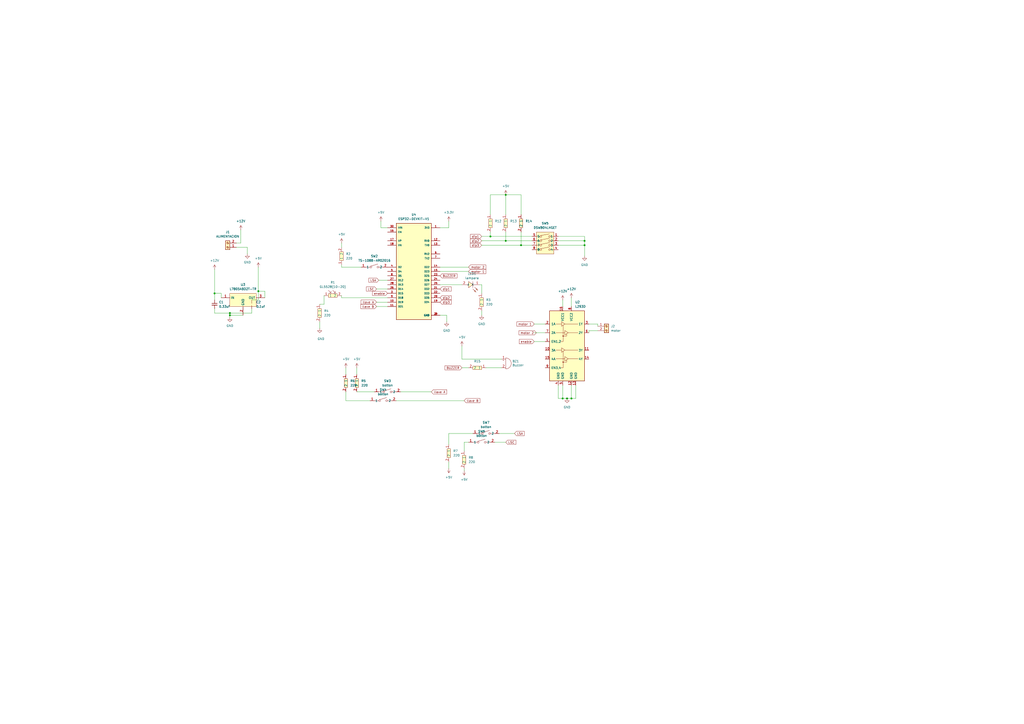
<source format=kicad_sch>
(kicad_sch
	(version 20250114)
	(generator "eeschema")
	(generator_version "9.0")
	(uuid "f3ead647-7ebc-4253-b438-e38fc88b4a83")
	(paper "A2")
	(lib_symbols
		(symbol "Connector:Screw_Terminal_01x02"
			(pin_names
				(offset 1.016)
				(hide yes)
			)
			(exclude_from_sim no)
			(in_bom yes)
			(on_board yes)
			(property "Reference" "J"
				(at 0 2.54 0)
				(effects
					(font
						(size 1.27 1.27)
					)
				)
			)
			(property "Value" "Screw_Terminal_01x02"
				(at 0 -5.08 0)
				(effects
					(font
						(size 1.27 1.27)
					)
				)
			)
			(property "Footprint" ""
				(at 0 0 0)
				(effects
					(font
						(size 1.27 1.27)
					)
					(hide yes)
				)
			)
			(property "Datasheet" "~"
				(at 0 0 0)
				(effects
					(font
						(size 1.27 1.27)
					)
					(hide yes)
				)
			)
			(property "Description" "Generic screw terminal, single row, 01x02, script generated (kicad-library-utils/schlib/autogen/connector/)"
				(at 0 0 0)
				(effects
					(font
						(size 1.27 1.27)
					)
					(hide yes)
				)
			)
			(property "ki_keywords" "screw terminal"
				(at 0 0 0)
				(effects
					(font
						(size 1.27 1.27)
					)
					(hide yes)
				)
			)
			(property "ki_fp_filters" "TerminalBlock*:*"
				(at 0 0 0)
				(effects
					(font
						(size 1.27 1.27)
					)
					(hide yes)
				)
			)
			(symbol "Screw_Terminal_01x02_1_1"
				(rectangle
					(start -1.27 1.27)
					(end 1.27 -3.81)
					(stroke
						(width 0.254)
						(type default)
					)
					(fill
						(type background)
					)
				)
				(polyline
					(pts
						(xy -0.5334 0.3302) (xy 0.3302 -0.508)
					)
					(stroke
						(width 0.1524)
						(type default)
					)
					(fill
						(type none)
					)
				)
				(polyline
					(pts
						(xy -0.5334 -2.2098) (xy 0.3302 -3.048)
					)
					(stroke
						(width 0.1524)
						(type default)
					)
					(fill
						(type none)
					)
				)
				(polyline
					(pts
						(xy -0.3556 0.508) (xy 0.508 -0.3302)
					)
					(stroke
						(width 0.1524)
						(type default)
					)
					(fill
						(type none)
					)
				)
				(polyline
					(pts
						(xy -0.3556 -2.032) (xy 0.508 -2.8702)
					)
					(stroke
						(width 0.1524)
						(type default)
					)
					(fill
						(type none)
					)
				)
				(circle
					(center 0 0)
					(radius 0.635)
					(stroke
						(width 0.1524)
						(type default)
					)
					(fill
						(type none)
					)
				)
				(circle
					(center 0 -2.54)
					(radius 0.635)
					(stroke
						(width 0.1524)
						(type default)
					)
					(fill
						(type none)
					)
				)
				(pin passive line
					(at -5.08 0 0)
					(length 3.81)
					(name "Pin_1"
						(effects
							(font
								(size 1.27 1.27)
							)
						)
					)
					(number "1"
						(effects
							(font
								(size 1.27 1.27)
							)
						)
					)
				)
				(pin passive line
					(at -5.08 -2.54 0)
					(length 3.81)
					(name "Pin_2"
						(effects
							(font
								(size 1.27 1.27)
							)
						)
					)
					(number "2"
						(effects
							(font
								(size 1.27 1.27)
							)
						)
					)
				)
			)
			(embedded_fonts no)
		)
		(symbol "Device:Buzzer"
			(pin_names
				(offset 0.0254)
				(hide yes)
			)
			(exclude_from_sim no)
			(in_bom yes)
			(on_board yes)
			(property "Reference" "BZ"
				(at 3.81 1.27 0)
				(effects
					(font
						(size 1.27 1.27)
					)
					(justify left)
				)
			)
			(property "Value" "Buzzer"
				(at 3.81 -1.27 0)
				(effects
					(font
						(size 1.27 1.27)
					)
					(justify left)
				)
			)
			(property "Footprint" ""
				(at -0.635 2.54 90)
				(effects
					(font
						(size 1.27 1.27)
					)
					(hide yes)
				)
			)
			(property "Datasheet" "~"
				(at -0.635 2.54 90)
				(effects
					(font
						(size 1.27 1.27)
					)
					(hide yes)
				)
			)
			(property "Description" "Buzzer, polarized"
				(at 0 0 0)
				(effects
					(font
						(size 1.27 1.27)
					)
					(hide yes)
				)
			)
			(property "ki_keywords" "quartz resonator ceramic"
				(at 0 0 0)
				(effects
					(font
						(size 1.27 1.27)
					)
					(hide yes)
				)
			)
			(property "ki_fp_filters" "*Buzzer*"
				(at 0 0 0)
				(effects
					(font
						(size 1.27 1.27)
					)
					(hide yes)
				)
			)
			(symbol "Buzzer_0_1"
				(polyline
					(pts
						(xy -1.651 1.905) (xy -1.143 1.905)
					)
					(stroke
						(width 0)
						(type default)
					)
					(fill
						(type none)
					)
				)
				(polyline
					(pts
						(xy -1.397 2.159) (xy -1.397 1.651)
					)
					(stroke
						(width 0)
						(type default)
					)
					(fill
						(type none)
					)
				)
				(arc
					(start 0 3.175)
					(mid 3.1612 0)
					(end 0 -3.175)
					(stroke
						(width 0)
						(type default)
					)
					(fill
						(type none)
					)
				)
				(polyline
					(pts
						(xy 0 3.175) (xy 0 -3.175)
					)
					(stroke
						(width 0)
						(type default)
					)
					(fill
						(type none)
					)
				)
			)
			(symbol "Buzzer_1_1"
				(pin passive line
					(at -2.54 2.54 0)
					(length 2.54)
					(name "+"
						(effects
							(font
								(size 1.27 1.27)
							)
						)
					)
					(number "1"
						(effects
							(font
								(size 1.27 1.27)
							)
						)
					)
				)
				(pin passive line
					(at -2.54 -2.54 0)
					(length 2.54)
					(name "-"
						(effects
							(font
								(size 1.27 1.27)
							)
						)
					)
					(number "2"
						(effects
							(font
								(size 1.27 1.27)
							)
						)
					)
				)
			)
			(embedded_fonts no)
		)
		(symbol "Device:C_Small"
			(pin_numbers
				(hide yes)
			)
			(pin_names
				(offset 0.254)
				(hide yes)
			)
			(exclude_from_sim no)
			(in_bom yes)
			(on_board yes)
			(property "Reference" "C"
				(at 0.254 1.778 0)
				(effects
					(font
						(size 1.27 1.27)
					)
					(justify left)
				)
			)
			(property "Value" "C_Small"
				(at 0.254 -2.032 0)
				(effects
					(font
						(size 1.27 1.27)
					)
					(justify left)
				)
			)
			(property "Footprint" ""
				(at 0 0 0)
				(effects
					(font
						(size 1.27 1.27)
					)
					(hide yes)
				)
			)
			(property "Datasheet" "~"
				(at 0 0 0)
				(effects
					(font
						(size 1.27 1.27)
					)
					(hide yes)
				)
			)
			(property "Description" "Unpolarized capacitor, small symbol"
				(at 0 0 0)
				(effects
					(font
						(size 1.27 1.27)
					)
					(hide yes)
				)
			)
			(property "ki_keywords" "capacitor cap"
				(at 0 0 0)
				(effects
					(font
						(size 1.27 1.27)
					)
					(hide yes)
				)
			)
			(property "ki_fp_filters" "C_*"
				(at 0 0 0)
				(effects
					(font
						(size 1.27 1.27)
					)
					(hide yes)
				)
			)
			(symbol "C_Small_0_1"
				(polyline
					(pts
						(xy -1.524 0.508) (xy 1.524 0.508)
					)
					(stroke
						(width 0.3048)
						(type default)
					)
					(fill
						(type none)
					)
				)
				(polyline
					(pts
						(xy -1.524 -0.508) (xy 1.524 -0.508)
					)
					(stroke
						(width 0.3302)
						(type default)
					)
					(fill
						(type none)
					)
				)
			)
			(symbol "C_Small_1_1"
				(pin passive line
					(at 0 2.54 270)
					(length 2.032)
					(name "~"
						(effects
							(font
								(size 1.27 1.27)
							)
						)
					)
					(number "1"
						(effects
							(font
								(size 1.27 1.27)
							)
						)
					)
				)
				(pin passive line
					(at 0 -2.54 90)
					(length 2.032)
					(name "~"
						(effects
							(font
								(size 1.27 1.27)
							)
						)
					)
					(number "2"
						(effects
							(font
								(size 1.27 1.27)
							)
						)
					)
				)
			)
			(embedded_fonts no)
		)
		(symbol "Driver_Motor:L293D"
			(pin_names
				(offset 1.016)
			)
			(exclude_from_sim no)
			(in_bom yes)
			(on_board yes)
			(property "Reference" "U"
				(at -5.08 26.035 0)
				(effects
					(font
						(size 1.27 1.27)
					)
					(justify right)
				)
			)
			(property "Value" "L293D"
				(at -5.08 24.13 0)
				(effects
					(font
						(size 1.27 1.27)
					)
					(justify right)
				)
			)
			(property "Footprint" "Package_DIP:DIP-16_W7.62mm"
				(at 6.35 -19.05 0)
				(effects
					(font
						(size 1.27 1.27)
					)
					(justify left)
					(hide yes)
				)
			)
			(property "Datasheet" "http://www.ti.com/lit/ds/symlink/l293.pdf"
				(at -7.62 17.78 0)
				(effects
					(font
						(size 1.27 1.27)
					)
					(hide yes)
				)
			)
			(property "Description" "Quadruple Half-H Drivers"
				(at 0 0 0)
				(effects
					(font
						(size 1.27 1.27)
					)
					(hide yes)
				)
			)
			(property "ki_keywords" "Half-H Driver Motor"
				(at 0 0 0)
				(effects
					(font
						(size 1.27 1.27)
					)
					(hide yes)
				)
			)
			(property "ki_fp_filters" "DIP*W7.62mm*"
				(at 0 0 0)
				(effects
					(font
						(size 1.27 1.27)
					)
					(hide yes)
				)
			)
			(symbol "L293D_0_1"
				(rectangle
					(start -10.16 22.86)
					(end 10.16 -17.78)
					(stroke
						(width 0.254)
						(type default)
					)
					(fill
						(type background)
					)
				)
				(polyline
					(pts
						(xy -6.35 15.24) (xy -3.175 15.24)
					)
					(stroke
						(width 0)
						(type default)
					)
					(fill
						(type none)
					)
				)
				(polyline
					(pts
						(xy -6.35 10.16) (xy -1.27 10.16)
					)
					(stroke
						(width 0)
						(type default)
					)
					(fill
						(type none)
					)
				)
				(polyline
					(pts
						(xy -6.35 0.127) (xy -3.175 0.127)
					)
					(stroke
						(width 0)
						(type default)
					)
					(fill
						(type none)
					)
				)
				(polyline
					(pts
						(xy -6.35 -4.953) (xy -1.27 -4.953)
					)
					(stroke
						(width 0)
						(type default)
					)
					(fill
						(type none)
					)
				)
				(polyline
					(pts
						(xy -3.175 16.51) (xy -3.175 13.97) (xy -1.27 15.24) (xy -3.175 16.51)
					)
					(stroke
						(width 0)
						(type default)
					)
					(fill
						(type none)
					)
				)
				(polyline
					(pts
						(xy -3.175 1.397) (xy -3.175 -1.143) (xy -1.27 0.127) (xy -3.175 1.397)
					)
					(stroke
						(width 0)
						(type default)
					)
					(fill
						(type none)
					)
				)
				(polyline
					(pts
						(xy -2.286 14.478) (xy -2.286 5.08) (xy -3.556 5.08)
					)
					(stroke
						(width 0)
						(type default)
					)
					(fill
						(type none)
					)
				)
				(circle
					(center -2.286 8.255)
					(radius 0.254)
					(stroke
						(width 0)
						(type default)
					)
					(fill
						(type outline)
					)
				)
				(polyline
					(pts
						(xy -2.286 8.255) (xy -0.254 8.255) (xy -0.254 9.525)
					)
					(stroke
						(width 0)
						(type default)
					)
					(fill
						(type none)
					)
				)
				(polyline
					(pts
						(xy -2.286 -0.635) (xy -2.286 -10.16) (xy -3.556 -10.16)
					)
					(stroke
						(width 0)
						(type default)
					)
					(fill
						(type none)
					)
				)
				(circle
					(center -2.286 -6.858)
					(radius 0.254)
					(stroke
						(width 0)
						(type default)
					)
					(fill
						(type outline)
					)
				)
				(polyline
					(pts
						(xy -2.286 -6.858) (xy -0.254 -6.858) (xy -0.254 -5.588)
					)
					(stroke
						(width 0)
						(type default)
					)
					(fill
						(type none)
					)
				)
				(polyline
					(pts
						(xy -1.27 15.24) (xy 6.35 15.24)
					)
					(stroke
						(width 0)
						(type default)
					)
					(fill
						(type none)
					)
				)
				(polyline
					(pts
						(xy -1.27 11.43) (xy -1.27 8.89) (xy 0.635 10.16) (xy -1.27 11.43)
					)
					(stroke
						(width 0)
						(type default)
					)
					(fill
						(type none)
					)
				)
				(polyline
					(pts
						(xy -1.27 0.127) (xy 6.35 0.127)
					)
					(stroke
						(width 0)
						(type default)
					)
					(fill
						(type none)
					)
				)
				(polyline
					(pts
						(xy -1.27 -3.683) (xy -1.27 -6.223) (xy 0.635 -4.953) (xy -1.27 -3.683)
					)
					(stroke
						(width 0)
						(type default)
					)
					(fill
						(type none)
					)
				)
				(polyline
					(pts
						(xy 0.635 10.16) (xy 6.35 10.16)
					)
					(stroke
						(width 0)
						(type default)
					)
					(fill
						(type none)
					)
				)
				(polyline
					(pts
						(xy 0.635 -4.953) (xy 6.35 -4.953)
					)
					(stroke
						(width 0)
						(type default)
					)
					(fill
						(type none)
					)
				)
			)
			(symbol "L293D_1_1"
				(pin input line
					(at -12.7 15.24 0)
					(length 2.54)
					(name "1A"
						(effects
							(font
								(size 1.27 1.27)
							)
						)
					)
					(number "2"
						(effects
							(font
								(size 1.27 1.27)
							)
						)
					)
				)
				(pin input line
					(at -12.7 10.16 0)
					(length 2.54)
					(name "2A"
						(effects
							(font
								(size 1.27 1.27)
							)
						)
					)
					(number "7"
						(effects
							(font
								(size 1.27 1.27)
							)
						)
					)
				)
				(pin input line
					(at -12.7 5.08 0)
					(length 2.54)
					(name "EN1,2"
						(effects
							(font
								(size 1.27 1.27)
							)
						)
					)
					(number "1"
						(effects
							(font
								(size 1.27 1.27)
							)
						)
					)
				)
				(pin input line
					(at -12.7 0 0)
					(length 2.54)
					(name "3A"
						(effects
							(font
								(size 1.27 1.27)
							)
						)
					)
					(number "10"
						(effects
							(font
								(size 1.27 1.27)
							)
						)
					)
				)
				(pin input line
					(at -12.7 -5.08 0)
					(length 2.54)
					(name "4A"
						(effects
							(font
								(size 1.27 1.27)
							)
						)
					)
					(number "15"
						(effects
							(font
								(size 1.27 1.27)
							)
						)
					)
				)
				(pin input line
					(at -12.7 -10.16 0)
					(length 2.54)
					(name "EN3,4"
						(effects
							(font
								(size 1.27 1.27)
							)
						)
					)
					(number "9"
						(effects
							(font
								(size 1.27 1.27)
							)
						)
					)
				)
				(pin power_in line
					(at -5.08 -20.32 90)
					(length 2.54)
					(name "GND"
						(effects
							(font
								(size 1.27 1.27)
							)
						)
					)
					(number "4"
						(effects
							(font
								(size 1.27 1.27)
							)
						)
					)
				)
				(pin power_in line
					(at -2.54 25.4 270)
					(length 2.54)
					(name "VCC1"
						(effects
							(font
								(size 1.27 1.27)
							)
						)
					)
					(number "16"
						(effects
							(font
								(size 1.27 1.27)
							)
						)
					)
				)
				(pin power_in line
					(at -2.54 -20.32 90)
					(length 2.54)
					(name "GND"
						(effects
							(font
								(size 1.27 1.27)
							)
						)
					)
					(number "5"
						(effects
							(font
								(size 1.27 1.27)
							)
						)
					)
				)
				(pin power_in line
					(at 2.54 25.4 270)
					(length 2.54)
					(name "VCC2"
						(effects
							(font
								(size 1.27 1.27)
							)
						)
					)
					(number "8"
						(effects
							(font
								(size 1.27 1.27)
							)
						)
					)
				)
				(pin power_in line
					(at 2.54 -20.32 90)
					(length 2.54)
					(name "GND"
						(effects
							(font
								(size 1.27 1.27)
							)
						)
					)
					(number "12"
						(effects
							(font
								(size 1.27 1.27)
							)
						)
					)
				)
				(pin power_in line
					(at 5.08 -20.32 90)
					(length 2.54)
					(name "GND"
						(effects
							(font
								(size 1.27 1.27)
							)
						)
					)
					(number "13"
						(effects
							(font
								(size 1.27 1.27)
							)
						)
					)
				)
				(pin output line
					(at 12.7 15.24 180)
					(length 2.54)
					(name "1Y"
						(effects
							(font
								(size 1.27 1.27)
							)
						)
					)
					(number "3"
						(effects
							(font
								(size 1.27 1.27)
							)
						)
					)
				)
				(pin output line
					(at 12.7 10.16 180)
					(length 2.54)
					(name "2Y"
						(effects
							(font
								(size 1.27 1.27)
							)
						)
					)
					(number "6"
						(effects
							(font
								(size 1.27 1.27)
							)
						)
					)
				)
				(pin output line
					(at 12.7 0 180)
					(length 2.54)
					(name "3Y"
						(effects
							(font
								(size 1.27 1.27)
							)
						)
					)
					(number "11"
						(effects
							(font
								(size 1.27 1.27)
							)
						)
					)
				)
				(pin output line
					(at 12.7 -5.08 180)
					(length 2.54)
					(name "4Y"
						(effects
							(font
								(size 1.27 1.27)
							)
						)
					)
					(number "14"
						(effects
							(font
								(size 1.27 1.27)
							)
						)
					)
				)
			)
			(embedded_fonts no)
		)
		(symbol "ESP32-DEVKIT-V1:ESP32-DEVKIT-V1"
			(pin_names
				(offset 1.016)
			)
			(exclude_from_sim no)
			(in_bom yes)
			(on_board yes)
			(property "Reference" "U"
				(at -10.16 30.48 0)
				(effects
					(font
						(size 1.27 1.27)
					)
					(justify left top)
				)
			)
			(property "Value" "ESP32-DEVKIT-V1"
				(at -10.16 -30.48 0)
				(effects
					(font
						(size 1.27 1.27)
					)
					(justify left bottom)
				)
			)
			(property "Footprint" "ESP32-DEVKIT-V1:MODULE_ESP32_DEVKIT_V1"
				(at 0 0 0)
				(effects
					(font
						(size 1.27 1.27)
					)
					(justify bottom)
					(hide yes)
				)
			)
			(property "Datasheet" ""
				(at 0 0 0)
				(effects
					(font
						(size 1.27 1.27)
					)
					(hide yes)
				)
			)
			(property "Description" ""
				(at 0 0 0)
				(effects
					(font
						(size 1.27 1.27)
					)
					(hide yes)
				)
			)
			(property "MF" "Do it"
				(at 0 0 0)
				(effects
					(font
						(size 1.27 1.27)
					)
					(justify bottom)
					(hide yes)
				)
			)
			(property "MAXIMUM_PACKAGE_HEIGHT" "6.8 mm"
				(at 0 0 0)
				(effects
					(font
						(size 1.27 1.27)
					)
					(justify bottom)
					(hide yes)
				)
			)
			(property "Package" "None"
				(at 0 0 0)
				(effects
					(font
						(size 1.27 1.27)
					)
					(justify bottom)
					(hide yes)
				)
			)
			(property "Price" "None"
				(at 0 0 0)
				(effects
					(font
						(size 1.27 1.27)
					)
					(justify bottom)
					(hide yes)
				)
			)
			(property "Check_prices" "https://www.snapeda.com/parts/ESP32-DEVKIT-V1/Do+it/view-part/?ref=eda"
				(at 0 0 0)
				(effects
					(font
						(size 1.27 1.27)
					)
					(justify bottom)
					(hide yes)
				)
			)
			(property "STANDARD" "Manufacturer Recommendations"
				(at 0 0 0)
				(effects
					(font
						(size 1.27 1.27)
					)
					(justify bottom)
					(hide yes)
				)
			)
			(property "PARTREV" "N/A"
				(at 0 0 0)
				(effects
					(font
						(size 1.27 1.27)
					)
					(justify bottom)
					(hide yes)
				)
			)
			(property "SnapEDA_Link" "https://www.snapeda.com/parts/ESP32-DEVKIT-V1/Do+it/view-part/?ref=snap"
				(at 0 0 0)
				(effects
					(font
						(size 1.27 1.27)
					)
					(justify bottom)
					(hide yes)
				)
			)
			(property "MP" "ESP32-DEVKIT-V1"
				(at 0 0 0)
				(effects
					(font
						(size 1.27 1.27)
					)
					(justify bottom)
					(hide yes)
				)
			)
			(property "Description_1" "\nDual core, Wi-Fi: 2.4 GHz up to 150 Mbits/s,BLE (Bluetooth Low Energy) and legacy Bluetooth, 32 bits, Up to 240 MHz\n"
				(at 0 0 0)
				(effects
					(font
						(size 1.27 1.27)
					)
					(justify bottom)
					(hide yes)
				)
			)
			(property "Availability" "Not in stock"
				(at 0 0 0)
				(effects
					(font
						(size 1.27 1.27)
					)
					(justify bottom)
					(hide yes)
				)
			)
			(property "MANUFACTURER" "DOIT"
				(at 0 0 0)
				(effects
					(font
						(size 1.27 1.27)
					)
					(justify bottom)
					(hide yes)
				)
			)
			(symbol "ESP32-DEVKIT-V1_0_0"
				(rectangle
					(start -10.16 -27.94)
					(end 10.16 27.94)
					(stroke
						(width 0.254)
						(type default)
					)
					(fill
						(type background)
					)
				)
				(pin input line
					(at -15.24 25.4 0)
					(length 5.08)
					(name "VIN"
						(effects
							(font
								(size 1.016 1.016)
							)
						)
					)
					(number "30"
						(effects
							(font
								(size 1.016 1.016)
							)
						)
					)
				)
				(pin input line
					(at -15.24 22.86 0)
					(length 5.08)
					(name "EN"
						(effects
							(font
								(size 1.016 1.016)
							)
						)
					)
					(number "16"
						(effects
							(font
								(size 1.016 1.016)
							)
						)
					)
				)
				(pin bidirectional line
					(at -15.24 17.78 0)
					(length 5.08)
					(name "VP"
						(effects
							(font
								(size 1.016 1.016)
							)
						)
					)
					(number "17"
						(effects
							(font
								(size 1.016 1.016)
							)
						)
					)
				)
				(pin bidirectional line
					(at -15.24 15.24 0)
					(length 5.08)
					(name "VN"
						(effects
							(font
								(size 1.016 1.016)
							)
						)
					)
					(number "18"
						(effects
							(font
								(size 1.016 1.016)
							)
						)
					)
				)
				(pin bidirectional line
					(at -15.24 2.54 0)
					(length 5.08)
					(name "D2"
						(effects
							(font
								(size 1.016 1.016)
							)
						)
					)
					(number "4"
						(effects
							(font
								(size 1.016 1.016)
							)
						)
					)
				)
				(pin bidirectional line
					(at -15.24 0 0)
					(length 5.08)
					(name "D4"
						(effects
							(font
								(size 1.016 1.016)
							)
						)
					)
					(number "5"
						(effects
							(font
								(size 1.016 1.016)
							)
						)
					)
				)
				(pin bidirectional line
					(at -15.24 -2.54 0)
					(length 5.08)
					(name "D5"
						(effects
							(font
								(size 1.016 1.016)
							)
						)
					)
					(number "8"
						(effects
							(font
								(size 1.016 1.016)
							)
						)
					)
				)
				(pin bidirectional line
					(at -15.24 -5.08 0)
					(length 5.08)
					(name "D12"
						(effects
							(font
								(size 1.016 1.016)
							)
						)
					)
					(number "27"
						(effects
							(font
								(size 1.016 1.016)
							)
						)
					)
				)
				(pin bidirectional line
					(at -15.24 -7.62 0)
					(length 5.08)
					(name "D13"
						(effects
							(font
								(size 1.016 1.016)
							)
						)
					)
					(number "28"
						(effects
							(font
								(size 1.016 1.016)
							)
						)
					)
				)
				(pin bidirectional line
					(at -15.24 -10.16 0)
					(length 5.08)
					(name "D14"
						(effects
							(font
								(size 1.016 1.016)
							)
						)
					)
					(number "26"
						(effects
							(font
								(size 1.016 1.016)
							)
						)
					)
				)
				(pin bidirectional line
					(at -15.24 -12.7 0)
					(length 5.08)
					(name "D15"
						(effects
							(font
								(size 1.016 1.016)
							)
						)
					)
					(number "3"
						(effects
							(font
								(size 1.016 1.016)
							)
						)
					)
				)
				(pin bidirectional line
					(at -15.24 -15.24 0)
					(length 5.08)
					(name "D18"
						(effects
							(font
								(size 1.016 1.016)
							)
						)
					)
					(number "9"
						(effects
							(font
								(size 1.016 1.016)
							)
						)
					)
				)
				(pin bidirectional line
					(at -15.24 -17.78 0)
					(length 5.08)
					(name "D19"
						(effects
							(font
								(size 1.016 1.016)
							)
						)
					)
					(number "10"
						(effects
							(font
								(size 1.016 1.016)
							)
						)
					)
				)
				(pin bidirectional line
					(at -15.24 -20.32 0)
					(length 5.08)
					(name "D21"
						(effects
							(font
								(size 1.016 1.016)
							)
						)
					)
					(number "11"
						(effects
							(font
								(size 1.016 1.016)
							)
						)
					)
				)
				(pin output line
					(at 15.24 25.4 180)
					(length 5.08)
					(name "3V3"
						(effects
							(font
								(size 1.016 1.016)
							)
						)
					)
					(number "1"
						(effects
							(font
								(size 1.016 1.016)
							)
						)
					)
				)
				(pin input line
					(at 15.24 17.78 180)
					(length 5.08)
					(name "RX0"
						(effects
							(font
								(size 1.016 1.016)
							)
						)
					)
					(number "12"
						(effects
							(font
								(size 1.016 1.016)
							)
						)
					)
				)
				(pin output line
					(at 15.24 15.24 180)
					(length 5.08)
					(name "TX0"
						(effects
							(font
								(size 1.016 1.016)
							)
						)
					)
					(number "13"
						(effects
							(font
								(size 1.016 1.016)
							)
						)
					)
				)
				(pin input line
					(at 15.24 10.16 180)
					(length 5.08)
					(name "RX2"
						(effects
							(font
								(size 1.016 1.016)
							)
						)
					)
					(number "6"
						(effects
							(font
								(size 1.016 1.016)
							)
						)
					)
				)
				(pin output line
					(at 15.24 7.62 180)
					(length 5.08)
					(name "TX2"
						(effects
							(font
								(size 1.016 1.016)
							)
						)
					)
					(number "7"
						(effects
							(font
								(size 1.016 1.016)
							)
						)
					)
				)
				(pin bidirectional line
					(at 15.24 2.54 180)
					(length 5.08)
					(name "D22"
						(effects
							(font
								(size 1.016 1.016)
							)
						)
					)
					(number "14"
						(effects
							(font
								(size 1.016 1.016)
							)
						)
					)
				)
				(pin bidirectional line
					(at 15.24 0 180)
					(length 5.08)
					(name "D23"
						(effects
							(font
								(size 1.016 1.016)
							)
						)
					)
					(number "15"
						(effects
							(font
								(size 1.016 1.016)
							)
						)
					)
				)
				(pin bidirectional line
					(at 15.24 -2.54 180)
					(length 5.08)
					(name "D25"
						(effects
							(font
								(size 1.016 1.016)
							)
						)
					)
					(number "23"
						(effects
							(font
								(size 1.016 1.016)
							)
						)
					)
				)
				(pin bidirectional line
					(at 15.24 -5.08 180)
					(length 5.08)
					(name "D26"
						(effects
							(font
								(size 1.016 1.016)
							)
						)
					)
					(number "24"
						(effects
							(font
								(size 1.016 1.016)
							)
						)
					)
				)
				(pin bidirectional line
					(at 15.24 -7.62 180)
					(length 5.08)
					(name "D27"
						(effects
							(font
								(size 1.016 1.016)
							)
						)
					)
					(number "25"
						(effects
							(font
								(size 1.016 1.016)
							)
						)
					)
				)
				(pin bidirectional line
					(at 15.24 -10.16 180)
					(length 5.08)
					(name "D32"
						(effects
							(font
								(size 1.016 1.016)
							)
						)
					)
					(number "21"
						(effects
							(font
								(size 1.016 1.016)
							)
						)
					)
				)
				(pin bidirectional line
					(at 15.24 -12.7 180)
					(length 5.08)
					(name "D33"
						(effects
							(font
								(size 1.016 1.016)
							)
						)
					)
					(number "22"
						(effects
							(font
								(size 1.016 1.016)
							)
						)
					)
				)
				(pin bidirectional line
					(at 15.24 -15.24 180)
					(length 5.08)
					(name "D35"
						(effects
							(font
								(size 1.016 1.016)
							)
						)
					)
					(number "20"
						(effects
							(font
								(size 1.016 1.016)
							)
						)
					)
				)
				(pin bidirectional line
					(at 15.24 -17.78 180)
					(length 5.08)
					(name "D34"
						(effects
							(font
								(size 1.016 1.016)
							)
						)
					)
					(number "19"
						(effects
							(font
								(size 1.016 1.016)
							)
						)
					)
				)
				(pin power_in line
					(at 15.24 -25.4 180)
					(length 5.08)
					(name "GND"
						(effects
							(font
								(size 1.016 1.016)
							)
						)
					)
					(number "2"
						(effects
							(font
								(size 1.016 1.016)
							)
						)
					)
				)
				(pin power_in line
					(at 15.24 -25.4 180)
					(length 5.08)
					(name "GND"
						(effects
							(font
								(size 1.016 1.016)
							)
						)
					)
					(number "29"
						(effects
							(font
								(size 1.016 1.016)
							)
						)
					)
				)
			)
			(embedded_fonts no)
		)
		(symbol "easyeda2kicad:1206W4J0221T5E"
			(exclude_from_sim no)
			(in_bom yes)
			(on_board yes)
			(property "Reference" "R"
				(at 0 5.08 0)
				(effects
					(font
						(size 1.27 1.27)
					)
				)
			)
			(property "Value" "1206W4J0221T5E"
				(at 0 -5.08 0)
				(effects
					(font
						(size 1.27 1.27)
					)
				)
			)
			(property "Footprint" "easyeda2kicad:R1206"
				(at 0 -7.62 0)
				(effects
					(font
						(size 1.27 1.27)
					)
					(hide yes)
				)
			)
			(property "Datasheet" "https://lcsc.com/product-detail/Chip-Resistor-Surface-Mount-UniOhm_220R-221-5_C25363.html"
				(at 0 -10.16 0)
				(effects
					(font
						(size 1.27 1.27)
					)
					(hide yes)
				)
			)
			(property "Description" ""
				(at 0 0 0)
				(effects
					(font
						(size 1.27 1.27)
					)
					(hide yes)
				)
			)
			(property "LCSC Part" "C25363"
				(at 0 -12.7 0)
				(effects
					(font
						(size 1.27 1.27)
					)
					(hide yes)
				)
			)
			(symbol "1206W4J0221T5E_0_1"
				(rectangle
					(start -2.54 1.02)
					(end 2.54 -1.02)
					(stroke
						(width 0)
						(type default)
					)
					(fill
						(type background)
					)
				)
				(pin input line
					(at -5.08 0 0)
					(length 2.54)
					(name "1"
						(effects
							(font
								(size 1.27 1.27)
							)
						)
					)
					(number "1"
						(effects
							(font
								(size 1.27 1.27)
							)
						)
					)
				)
				(pin input line
					(at 5.08 0 180)
					(length 2.54)
					(name "2"
						(effects
							(font
								(size 1.27 1.27)
							)
						)
					)
					(number "2"
						(effects
							(font
								(size 1.27 1.27)
							)
						)
					)
				)
			)
			(embedded_fonts no)
		)
		(symbol "easyeda2kicad:DSWB04LHGET"
			(exclude_from_sim no)
			(in_bom yes)
			(on_board yes)
			(property "Reference" "SW"
				(at 0 12.7 0)
				(effects
					(font
						(size 1.27 1.27)
					)
				)
			)
			(property "Value" "DSWB04LHGET"
				(at 0 -12.7 0)
				(effects
					(font
						(size 1.27 1.27)
					)
				)
			)
			(property "Footprint" "easyeda2kicad:SW-TH_DSWB04LHGET"
				(at 0 -15.24 0)
				(effects
					(font
						(size 1.27 1.27)
					)
					(hide yes)
				)
			)
			(property "Datasheet" "https://lcsc.com/product-detail/DIP-Switches_DIP-switch-Dip-Switch-DSWB04LHGET_C99418.html"
				(at 0 -17.78 0)
				(effects
					(font
						(size 1.27 1.27)
					)
					(hide yes)
				)
			)
			(property "Description" ""
				(at 0 0 0)
				(effects
					(font
						(size 1.27 1.27)
					)
					(hide yes)
				)
			)
			(property "LCSC Part" "C99418"
				(at 0 -20.32 0)
				(effects
					(font
						(size 1.27 1.27)
					)
					(hide yes)
				)
			)
			(symbol "DSWB04LHGET_0_1"
				(rectangle
					(start -6.35 5.08)
					(end 6.35 -5.08)
					(stroke
						(width 0)
						(type default)
					)
					(fill
						(type background)
					)
				)
				(polyline
					(pts
						(xy -4.32 -2.54) (xy -5.33 2.54)
					)
					(stroke
						(width 0)
						(type default)
					)
					(fill
						(type none)
					)
				)
				(polyline
					(pts
						(xy -3.81 3.05) (xy -3.81 5.08)
					)
					(stroke
						(width 0)
						(type default)
					)
					(fill
						(type none)
					)
				)
				(circle
					(center -3.81 2.54)
					(radius 0.51)
					(stroke
						(width 0)
						(type default)
					)
					(fill
						(type none)
					)
				)
				(circle
					(center -3.81 -2.54)
					(radius 0.51)
					(stroke
						(width 0)
						(type default)
					)
					(fill
						(type none)
					)
				)
				(polyline
					(pts
						(xy -3.81 -3.05) (xy -3.81 -5.08)
					)
					(stroke
						(width 0)
						(type default)
					)
					(fill
						(type none)
					)
				)
				(polyline
					(pts
						(xy -1.78 -2.54) (xy -2.79 2.54)
					)
					(stroke
						(width 0)
						(type default)
					)
					(fill
						(type none)
					)
				)
				(polyline
					(pts
						(xy -1.27 3.05) (xy -1.27 5.08)
					)
					(stroke
						(width 0)
						(type default)
					)
					(fill
						(type none)
					)
				)
				(circle
					(center -1.27 2.54)
					(radius 0.51)
					(stroke
						(width 0)
						(type default)
					)
					(fill
						(type none)
					)
				)
				(circle
					(center -1.27 -2.54)
					(radius 0.51)
					(stroke
						(width 0)
						(type default)
					)
					(fill
						(type none)
					)
				)
				(polyline
					(pts
						(xy -1.27 -3.05) (xy -1.27 -5.08)
					)
					(stroke
						(width 0)
						(type default)
					)
					(fill
						(type none)
					)
				)
				(polyline
					(pts
						(xy 0.76 -2.54) (xy -0.25 2.54)
					)
					(stroke
						(width 0)
						(type default)
					)
					(fill
						(type none)
					)
				)
				(polyline
					(pts
						(xy 1.27 3.05) (xy 1.27 5.08)
					)
					(stroke
						(width 0)
						(type default)
					)
					(fill
						(type none)
					)
				)
				(circle
					(center 1.27 2.54)
					(radius 0.51)
					(stroke
						(width 0)
						(type default)
					)
					(fill
						(type none)
					)
				)
				(circle
					(center 1.27 -2.54)
					(radius 0.51)
					(stroke
						(width 0)
						(type default)
					)
					(fill
						(type none)
					)
				)
				(polyline
					(pts
						(xy 1.27 -3.05) (xy 1.27 -5.08)
					)
					(stroke
						(width 0)
						(type default)
					)
					(fill
						(type none)
					)
				)
				(polyline
					(pts
						(xy 3.3 -2.54) (xy 2.29 2.54)
					)
					(stroke
						(width 0)
						(type default)
					)
					(fill
						(type none)
					)
				)
				(polyline
					(pts
						(xy 3.81 3.05) (xy 3.81 5.08)
					)
					(stroke
						(width 0)
						(type default)
					)
					(fill
						(type none)
					)
				)
				(circle
					(center 3.81 2.54)
					(radius 0.51)
					(stroke
						(width 0)
						(type default)
					)
					(fill
						(type none)
					)
				)
				(circle
					(center 3.81 -2.54)
					(radius 0.51)
					(stroke
						(width 0)
						(type default)
					)
					(fill
						(type none)
					)
				)
				(polyline
					(pts
						(xy 3.81 -3.05) (xy 3.81 -5.08)
					)
					(stroke
						(width 0)
						(type default)
					)
					(fill
						(type none)
					)
				)
				(pin unspecified line
					(at -3.81 7.62 270)
					(length 2.54)
					(name "1"
						(effects
							(font
								(size 1.27 1.27)
							)
						)
					)
					(number "1"
						(effects
							(font
								(size 1.27 1.27)
							)
						)
					)
				)
				(pin unspecified line
					(at -3.81 -7.62 90)
					(length 2.54)
					(name "5"
						(effects
							(font
								(size 1.27 1.27)
							)
						)
					)
					(number "5"
						(effects
							(font
								(size 1.27 1.27)
							)
						)
					)
				)
				(pin unspecified line
					(at -1.27 7.62 270)
					(length 2.54)
					(name "2"
						(effects
							(font
								(size 1.27 1.27)
							)
						)
					)
					(number "2"
						(effects
							(font
								(size 1.27 1.27)
							)
						)
					)
				)
				(pin unspecified line
					(at -1.27 -7.62 90)
					(length 2.54)
					(name "6"
						(effects
							(font
								(size 1.27 1.27)
							)
						)
					)
					(number "6"
						(effects
							(font
								(size 1.27 1.27)
							)
						)
					)
				)
				(pin unspecified line
					(at 1.27 7.62 270)
					(length 2.54)
					(name "3"
						(effects
							(font
								(size 1.27 1.27)
							)
						)
					)
					(number "3"
						(effects
							(font
								(size 1.27 1.27)
							)
						)
					)
				)
				(pin unspecified line
					(at 1.27 -7.62 90)
					(length 2.54)
					(name "7"
						(effects
							(font
								(size 1.27 1.27)
							)
						)
					)
					(number "7"
						(effects
							(font
								(size 1.27 1.27)
							)
						)
					)
				)
				(pin unspecified line
					(at 3.81 7.62 270)
					(length 2.54)
					(name "4"
						(effects
							(font
								(size 1.27 1.27)
							)
						)
					)
					(number "4"
						(effects
							(font
								(size 1.27 1.27)
							)
						)
					)
				)
				(pin unspecified line
					(at 3.81 -7.62 90)
					(length 2.54)
					(name "8"
						(effects
							(font
								(size 1.27 1.27)
							)
						)
					)
					(number "8"
						(effects
							(font
								(size 1.27 1.27)
							)
						)
					)
				)
			)
			(embedded_fonts no)
		)
		(symbol "easyeda2kicad:GL5528(10-20)"
			(exclude_from_sim no)
			(in_bom yes)
			(on_board yes)
			(property "Reference" "R"
				(at 0 3.81 0)
				(effects
					(font
						(size 1.27 1.27)
					)
				)
			)
			(property "Value" "GL5528(10-20)"
				(at 0 -6.35 0)
				(effects
					(font
						(size 1.27 1.27)
					)
				)
			)
			(property "Footprint" "easyeda2kicad:RES-TH_L5.1-W4.3-P3.40-D0.5"
				(at 0 -8.89 0)
				(effects
					(font
						(size 1.27 1.27)
					)
					(hide yes)
				)
			)
			(property "Datasheet" "https://lcsc.com/product-detail/Photoresistors_GL5528-10-20-NO-RHOS_C10081.html"
				(at 0 -11.43 0)
				(effects
					(font
						(size 1.27 1.27)
					)
					(hide yes)
				)
			)
			(property "Description" ""
				(at 0 0 0)
				(effects
					(font
						(size 1.27 1.27)
					)
					(hide yes)
				)
			)
			(property "LCSC Part" "C10081"
				(at 0 -13.97 0)
				(effects
					(font
						(size 1.27 1.27)
					)
					(hide yes)
				)
			)
			(symbol "GL5528(10-20)_0_1"
				(polyline
					(pts
						(xy -2.54 1.78) (xy -1.02 0.25)
					)
					(stroke
						(width 0)
						(type default)
					)
					(fill
						(type none)
					)
				)
				(rectangle
					(start -2.54 -0.25)
					(end 2.54 -2.29)
					(stroke
						(width 0)
						(type default)
					)
					(fill
						(type background)
					)
				)
				(polyline
					(pts
						(xy -1.02 1.27) (xy -1.02 0.25) (xy -2.03 0.25)
					)
					(stroke
						(width 0)
						(type default)
					)
					(fill
						(type none)
					)
				)
				(polyline
					(pts
						(xy 0 1.78) (xy 1.52 0.25)
					)
					(stroke
						(width 0)
						(type default)
					)
					(fill
						(type none)
					)
				)
				(polyline
					(pts
						(xy 1.52 1.27) (xy 1.52 0.25) (xy 0.51 0.25)
					)
					(stroke
						(width 0)
						(type default)
					)
					(fill
						(type none)
					)
				)
				(pin input line
					(at -5.08 -1.27 0)
					(length 2.54)
					(name "1"
						(effects
							(font
								(size 1.27 1.27)
							)
						)
					)
					(number "1"
						(effects
							(font
								(size 1.27 1.27)
							)
						)
					)
				)
				(pin input line
					(at 5.08 -1.27 180)
					(length 2.54)
					(name "2"
						(effects
							(font
								(size 1.27 1.27)
							)
						)
					)
					(number "2"
						(effects
							(font
								(size 1.27 1.27)
							)
						)
					)
				)
			)
			(embedded_fonts no)
		)
		(symbol "easyeda2kicad:L7805ABD2T-TR"
			(exclude_from_sim no)
			(in_bom yes)
			(on_board yes)
			(property "Reference" "U"
				(at 0 8.89 0)
				(effects
					(font
						(size 1.27 1.27)
					)
				)
			)
			(property "Value" "L7805ABD2T-TR"
				(at 0 -11.43 0)
				(effects
					(font
						(size 1.27 1.27)
					)
				)
			)
			(property "Footprint" "easyeda2kicad:TO-263-2_L10.0-W9.2-P5.08-LS15.3-TL-CW"
				(at 0 -13.97 0)
				(effects
					(font
						(size 1.27 1.27)
					)
					(hide yes)
				)
			)
			(property "Datasheet" "https://lcsc.com/product-detail/Linear-Voltage-Regulators_STMicroelectronics_L7805ABD2T-TR_L7805ABD2T-TR_C86206.html"
				(at 0 -16.51 0)
				(effects
					(font
						(size 1.27 1.27)
					)
					(hide yes)
				)
			)
			(property "Description" ""
				(at 0 0 0)
				(effects
					(font
						(size 1.27 1.27)
					)
					(hide yes)
				)
			)
			(property "LCSC Part" "C86206"
				(at 0 -19.05 0)
				(effects
					(font
						(size 1.27 1.27)
					)
					(hide yes)
				)
			)
			(symbol "L7805ABD2T-TR_0_1"
				(rectangle
					(start -7.62 6.35)
					(end 7.62 -1.27)
					(stroke
						(width 0)
						(type default)
					)
					(fill
						(type background)
					)
				)
				(pin power_in line
					(at -12.7 3.81 0)
					(length 5.08)
					(name "IN"
						(effects
							(font
								(size 1.27 1.27)
							)
						)
					)
					(number "1"
						(effects
							(font
								(size 1.27 1.27)
							)
						)
					)
				)
				(pin power_in line
					(at 0 -6.35 90)
					(length 5.08)
					(name "GND"
						(effects
							(font
								(size 1.27 1.27)
							)
						)
					)
					(number "2"
						(effects
							(font
								(size 1.27 1.27)
							)
						)
					)
				)
				(pin power_in line
					(at 12.7 3.81 180)
					(length 5.08)
					(name "OUT"
						(effects
							(font
								(size 1.27 1.27)
							)
						)
					)
					(number "3"
						(effects
							(font
								(size 1.27 1.27)
							)
						)
					)
				)
			)
			(embedded_fonts no)
		)
		(symbol "easyeda2kicad:RC1206FR-071KL"
			(exclude_from_sim no)
			(in_bom yes)
			(on_board yes)
			(property "Reference" "R"
				(at 0 5.08 0)
				(effects
					(font
						(size 1.27 1.27)
					)
				)
			)
			(property "Value" "RC1206FR-071KL"
				(at 0 -5.08 0)
				(effects
					(font
						(size 1.27 1.27)
					)
				)
			)
			(property "Footprint" "easyeda2kicad:R1206"
				(at 0 -7.62 0)
				(effects
					(font
						(size 1.27 1.27)
					)
					(hide yes)
				)
			)
			(property "Datasheet" "https://lcsc.com/product-detail/Chip-Resistor-Surface-Mount_1KR-1001-1_C131398.html"
				(at 0 -10.16 0)
				(effects
					(font
						(size 1.27 1.27)
					)
					(hide yes)
				)
			)
			(property "Description" ""
				(at 0 0 0)
				(effects
					(font
						(size 1.27 1.27)
					)
					(hide yes)
				)
			)
			(property "LCSC Part" "C131398"
				(at 0 -12.7 0)
				(effects
					(font
						(size 1.27 1.27)
					)
					(hide yes)
				)
			)
			(symbol "RC1206FR-071KL_0_1"
				(rectangle
					(start -2.54 1.02)
					(end 2.54 -1.02)
					(stroke
						(width 0)
						(type default)
					)
					(fill
						(type background)
					)
				)
				(pin input line
					(at -5.08 0 0)
					(length 2.54)
					(name "1"
						(effects
							(font
								(size 1.27 1.27)
							)
						)
					)
					(number "1"
						(effects
							(font
								(size 1.27 1.27)
							)
						)
					)
				)
				(pin input line
					(at 5.08 0 180)
					(length 2.54)
					(name "2"
						(effects
							(font
								(size 1.27 1.27)
							)
						)
					)
					(number "2"
						(effects
							(font
								(size 1.27 1.27)
							)
						)
					)
				)
			)
			(embedded_fonts no)
		)
		(symbol "easyeda2kicad:TS-1088-AR02016"
			(exclude_from_sim no)
			(in_bom yes)
			(on_board yes)
			(property "Reference" "SW"
				(at 0 5.08 0)
				(effects
					(font
						(size 1.27 1.27)
					)
				)
			)
			(property "Value" "TS-1088-AR02016"
				(at 0 -5.08 0)
				(effects
					(font
						(size 1.27 1.27)
					)
				)
			)
			(property "Footprint" "easyeda2kicad:SW-SMD_L3.9-W3.0-P4.45"
				(at 0 -7.62 0)
				(effects
					(font
						(size 1.27 1.27)
					)
					(hide yes)
				)
			)
			(property "Datasheet" "https://lcsc.com/product-detail/Tactile-Switches_XUNPU-TS-1088-AR02016_C720477.html"
				(at 0 -10.16 0)
				(effects
					(font
						(size 1.27 1.27)
					)
					(hide yes)
				)
			)
			(property "Description" ""
				(at 0 0 0)
				(effects
					(font
						(size 1.27 1.27)
					)
					(hide yes)
				)
			)
			(property "LCSC Part" "C720477"
				(at 0 -12.7 0)
				(effects
					(font
						(size 1.27 1.27)
					)
					(hide yes)
				)
			)
			(symbol "TS-1088-AR02016_0_1"
				(polyline
					(pts
						(xy -5.08 0) (xy -2.54 0)
					)
					(stroke
						(width 0)
						(type default)
					)
					(fill
						(type none)
					)
				)
				(polyline
					(pts
						(xy -2.29 0.51) (xy 2.03 1.78)
					)
					(stroke
						(width 0)
						(type default)
					)
					(fill
						(type none)
					)
				)
				(circle
					(center -2.03 0)
					(radius 0.51)
					(stroke
						(width 0)
						(type default)
					)
					(fill
						(type none)
					)
				)
				(circle
					(center 2.03 0)
					(radius 0.51)
					(stroke
						(width 0)
						(type default)
					)
					(fill
						(type none)
					)
				)
				(polyline
					(pts
						(xy 5.08 0) (xy 2.54 0)
					)
					(stroke
						(width 0)
						(type default)
					)
					(fill
						(type none)
					)
				)
				(pin unspecified line
					(at -7.62 0 0)
					(length 2.54)
					(name "1"
						(effects
							(font
								(size 1.27 1.27)
							)
						)
					)
					(number "1"
						(effects
							(font
								(size 1.27 1.27)
							)
						)
					)
				)
				(pin unspecified line
					(at 7.62 0 180)
					(length 2.54)
					(name "2"
						(effects
							(font
								(size 1.27 1.27)
							)
						)
					)
					(number "2"
						(effects
							(font
								(size 1.27 1.27)
							)
						)
					)
				)
			)
			(embedded_fonts no)
		)
		(symbol "easyeda2kicad:XL-1608SURC-06"
			(exclude_from_sim no)
			(in_bom yes)
			(on_board yes)
			(property "Reference" "LED"
				(at 0 5.08 0)
				(effects
					(font
						(size 1.27 1.27)
					)
				)
			)
			(property "Value" "XL-1608SURC-06"
				(at 0 -5.08 0)
				(effects
					(font
						(size 1.27 1.27)
					)
				)
			)
			(property "Footprint" "easyeda2kicad:LED0603-RD_RED"
				(at 0 -7.62 0)
				(effects
					(font
						(size 1.27 1.27)
					)
					(hide yes)
				)
			)
			(property "Datasheet" ""
				(at 0 0 0)
				(effects
					(font
						(size 1.27 1.27)
					)
					(hide yes)
				)
			)
			(property "Description" ""
				(at 0 0 0)
				(effects
					(font
						(size 1.27 1.27)
					)
					(hide yes)
				)
			)
			(property "LCSC Part" "C965799"
				(at 0 -10.16 0)
				(effects
					(font
						(size 1.27 1.27)
					)
					(hide yes)
				)
			)
			(symbol "XL-1608SURC-06_0_1"
				(polyline
					(pts
						(xy -4.06 3.3) (xy -3.05 2.79) (xy -3.56 2.29) (xy -4.06 3.3)
					)
					(stroke
						(width 0)
						(type default)
					)
					(fill
						(type background)
					)
				)
				(polyline
					(pts
						(xy -3.05 4.32) (xy -2.03 3.81) (xy -2.54 3.3) (xy -3.05 4.32)
					)
					(stroke
						(width 0)
						(type default)
					)
					(fill
						(type background)
					)
				)
				(polyline
					(pts
						(xy -2.29 1.52) (xy -3.3 2.54) (xy -2.29 1.52)
					)
					(stroke
						(width 0)
						(type default)
					)
					(fill
						(type background)
					)
				)
				(polyline
					(pts
						(xy -1.27 2.54) (xy -2.29 3.56) (xy -1.27 2.54)
					)
					(stroke
						(width 0)
						(type default)
					)
					(fill
						(type background)
					)
				)
				(polyline
					(pts
						(xy -1.27 1.78) (xy -1.27 -1.78)
					)
					(stroke
						(width 0)
						(type default)
					)
					(fill
						(type none)
					)
				)
				(polyline
					(pts
						(xy -1.27 0) (xy -2.54 0)
					)
					(stroke
						(width 0)
						(type default)
					)
					(fill
						(type none)
					)
				)
				(polyline
					(pts
						(xy 1.27 1.78) (xy -1.27 0) (xy 1.27 -1.78) (xy 1.27 1.78)
					)
					(stroke
						(width 0)
						(type default)
					)
					(fill
						(type background)
					)
				)
				(polyline
					(pts
						(xy 2.54 0) (xy 1.27 0)
					)
					(stroke
						(width 0)
						(type default)
					)
					(fill
						(type none)
					)
				)
				(pin unspecified line
					(at -5.08 0 0)
					(length 2.54)
					(name "K"
						(effects
							(font
								(size 1.27 1.27)
							)
						)
					)
					(number "1"
						(effects
							(font
								(size 1.27 1.27)
							)
						)
					)
				)
				(pin unspecified line
					(at 5.08 0 180)
					(length 2.54)
					(name "A"
						(effects
							(font
								(size 1.27 1.27)
							)
						)
					)
					(number "2"
						(effects
							(font
								(size 1.27 1.27)
							)
						)
					)
				)
			)
			(embedded_fonts no)
		)
		(symbol "power:+12V"
			(power)
			(pin_numbers
				(hide yes)
			)
			(pin_names
				(offset 0)
				(hide yes)
			)
			(exclude_from_sim no)
			(in_bom yes)
			(on_board yes)
			(property "Reference" "#PWR"
				(at 0 -3.81 0)
				(effects
					(font
						(size 1.27 1.27)
					)
					(hide yes)
				)
			)
			(property "Value" "+12V"
				(at 0 3.556 0)
				(effects
					(font
						(size 1.27 1.27)
					)
				)
			)
			(property "Footprint" ""
				(at 0 0 0)
				(effects
					(font
						(size 1.27 1.27)
					)
					(hide yes)
				)
			)
			(property "Datasheet" ""
				(at 0 0 0)
				(effects
					(font
						(size 1.27 1.27)
					)
					(hide yes)
				)
			)
			(property "Description" "Power symbol creates a global label with name \"+12V\""
				(at 0 0 0)
				(effects
					(font
						(size 1.27 1.27)
					)
					(hide yes)
				)
			)
			(property "ki_keywords" "global power"
				(at 0 0 0)
				(effects
					(font
						(size 1.27 1.27)
					)
					(hide yes)
				)
			)
			(symbol "+12V_0_1"
				(polyline
					(pts
						(xy -0.762 1.27) (xy 0 2.54)
					)
					(stroke
						(width 0)
						(type default)
					)
					(fill
						(type none)
					)
				)
				(polyline
					(pts
						(xy 0 2.54) (xy 0.762 1.27)
					)
					(stroke
						(width 0)
						(type default)
					)
					(fill
						(type none)
					)
				)
				(polyline
					(pts
						(xy 0 0) (xy 0 2.54)
					)
					(stroke
						(width 0)
						(type default)
					)
					(fill
						(type none)
					)
				)
			)
			(symbol "+12V_1_1"
				(pin power_in line
					(at 0 0 90)
					(length 0)
					(name "~"
						(effects
							(font
								(size 1.27 1.27)
							)
						)
					)
					(number "1"
						(effects
							(font
								(size 1.27 1.27)
							)
						)
					)
				)
			)
			(embedded_fonts no)
		)
		(symbol "power:+3.3V"
			(power)
			(pin_numbers
				(hide yes)
			)
			(pin_names
				(offset 0)
				(hide yes)
			)
			(exclude_from_sim no)
			(in_bom yes)
			(on_board yes)
			(property "Reference" "#PWR"
				(at 0 -3.81 0)
				(effects
					(font
						(size 1.27 1.27)
					)
					(hide yes)
				)
			)
			(property "Value" "+3.3V"
				(at 0 3.556 0)
				(effects
					(font
						(size 1.27 1.27)
					)
				)
			)
			(property "Footprint" ""
				(at 0 0 0)
				(effects
					(font
						(size 1.27 1.27)
					)
					(hide yes)
				)
			)
			(property "Datasheet" ""
				(at 0 0 0)
				(effects
					(font
						(size 1.27 1.27)
					)
					(hide yes)
				)
			)
			(property "Description" "Power symbol creates a global label with name \"+3.3V\""
				(at 0 0 0)
				(effects
					(font
						(size 1.27 1.27)
					)
					(hide yes)
				)
			)
			(property "ki_keywords" "global power"
				(at 0 0 0)
				(effects
					(font
						(size 1.27 1.27)
					)
					(hide yes)
				)
			)
			(symbol "+3.3V_0_1"
				(polyline
					(pts
						(xy -0.762 1.27) (xy 0 2.54)
					)
					(stroke
						(width 0)
						(type default)
					)
					(fill
						(type none)
					)
				)
				(polyline
					(pts
						(xy 0 2.54) (xy 0.762 1.27)
					)
					(stroke
						(width 0)
						(type default)
					)
					(fill
						(type none)
					)
				)
				(polyline
					(pts
						(xy 0 0) (xy 0 2.54)
					)
					(stroke
						(width 0)
						(type default)
					)
					(fill
						(type none)
					)
				)
			)
			(symbol "+3.3V_1_1"
				(pin power_in line
					(at 0 0 90)
					(length 0)
					(name "~"
						(effects
							(font
								(size 1.27 1.27)
							)
						)
					)
					(number "1"
						(effects
							(font
								(size 1.27 1.27)
							)
						)
					)
				)
			)
			(embedded_fonts no)
		)
		(symbol "power:+5V"
			(power)
			(pin_numbers
				(hide yes)
			)
			(pin_names
				(offset 0)
				(hide yes)
			)
			(exclude_from_sim no)
			(in_bom yes)
			(on_board yes)
			(property "Reference" "#PWR"
				(at 0 -3.81 0)
				(effects
					(font
						(size 1.27 1.27)
					)
					(hide yes)
				)
			)
			(property "Value" "+5V"
				(at 0 3.556 0)
				(effects
					(font
						(size 1.27 1.27)
					)
				)
			)
			(property "Footprint" ""
				(at 0 0 0)
				(effects
					(font
						(size 1.27 1.27)
					)
					(hide yes)
				)
			)
			(property "Datasheet" ""
				(at 0 0 0)
				(effects
					(font
						(size 1.27 1.27)
					)
					(hide yes)
				)
			)
			(property "Description" "Power symbol creates a global label with name \"+5V\""
				(at 0 0 0)
				(effects
					(font
						(size 1.27 1.27)
					)
					(hide yes)
				)
			)
			(property "ki_keywords" "global power"
				(at 0 0 0)
				(effects
					(font
						(size 1.27 1.27)
					)
					(hide yes)
				)
			)
			(symbol "+5V_0_1"
				(polyline
					(pts
						(xy -0.762 1.27) (xy 0 2.54)
					)
					(stroke
						(width 0)
						(type default)
					)
					(fill
						(type none)
					)
				)
				(polyline
					(pts
						(xy 0 2.54) (xy 0.762 1.27)
					)
					(stroke
						(width 0)
						(type default)
					)
					(fill
						(type none)
					)
				)
				(polyline
					(pts
						(xy 0 0) (xy 0 2.54)
					)
					(stroke
						(width 0)
						(type default)
					)
					(fill
						(type none)
					)
				)
			)
			(symbol "+5V_1_1"
				(pin power_in line
					(at 0 0 90)
					(length 0)
					(name "~"
						(effects
							(font
								(size 1.27 1.27)
							)
						)
					)
					(number "1"
						(effects
							(font
								(size 1.27 1.27)
							)
						)
					)
				)
			)
			(embedded_fonts no)
		)
		(symbol "power:GND"
			(power)
			(pin_numbers
				(hide yes)
			)
			(pin_names
				(offset 0)
				(hide yes)
			)
			(exclude_from_sim no)
			(in_bom yes)
			(on_board yes)
			(property "Reference" "#PWR"
				(at 0 -6.35 0)
				(effects
					(font
						(size 1.27 1.27)
					)
					(hide yes)
				)
			)
			(property "Value" "GND"
				(at 0 -3.81 0)
				(effects
					(font
						(size 1.27 1.27)
					)
				)
			)
			(property "Footprint" ""
				(at 0 0 0)
				(effects
					(font
						(size 1.27 1.27)
					)
					(hide yes)
				)
			)
			(property "Datasheet" ""
				(at 0 0 0)
				(effects
					(font
						(size 1.27 1.27)
					)
					(hide yes)
				)
			)
			(property "Description" "Power symbol creates a global label with name \"GND\" , ground"
				(at 0 0 0)
				(effects
					(font
						(size 1.27 1.27)
					)
					(hide yes)
				)
			)
			(property "ki_keywords" "global power"
				(at 0 0 0)
				(effects
					(font
						(size 1.27 1.27)
					)
					(hide yes)
				)
			)
			(symbol "GND_0_1"
				(polyline
					(pts
						(xy 0 0) (xy 0 -1.27) (xy 1.27 -1.27) (xy 0 -2.54) (xy -1.27 -1.27) (xy 0 -1.27)
					)
					(stroke
						(width 0)
						(type default)
					)
					(fill
						(type none)
					)
				)
			)
			(symbol "GND_1_1"
				(pin power_in line
					(at 0 0 270)
					(length 0)
					(name "~"
						(effects
							(font
								(size 1.27 1.27)
							)
						)
					)
					(number "1"
						(effects
							(font
								(size 1.27 1.27)
							)
						)
					)
				)
			)
			(embedded_fonts no)
		)
	)
	(junction
		(at 149.86 168.91)
		(diameter 0)
		(color 0 0 0 0)
		(uuid "245f29d9-8642-483a-954f-91d7787a12c8")
	)
	(junction
		(at 124.46 170.18)
		(diameter 0)
		(color 0 0 0 0)
		(uuid "2b1c4ebe-a6b7-4848-bd6a-4a86cca79e47")
	)
	(junction
		(at 302.26 142.24)
		(diameter 0)
		(color 0 0 0 0)
		(uuid "36c08126-dd6c-45f4-8a06-4b321f09c9c6")
	)
	(junction
		(at 339.09 142.24)
		(diameter 0)
		(color 0 0 0 0)
		(uuid "425cb4a9-eca0-451e-8ef7-38ba0d2f9c11")
	)
	(junction
		(at 293.37 139.7)
		(diameter 0)
		(color 0 0 0 0)
		(uuid "490d5103-a0bd-486c-b801-adc831a08f9d")
	)
	(junction
		(at 326.39 231.14)
		(diameter 0)
		(color 0 0 0 0)
		(uuid "58cb1c6f-d745-4146-98db-33508dc9115d")
	)
	(junction
		(at 339.09 139.7)
		(diameter 0)
		(color 0 0 0 0)
		(uuid "81f14d69-ee99-43ca-b73e-7995327c73c0")
	)
	(junction
		(at 133.35 181.61)
		(diameter 0)
		(color 0 0 0 0)
		(uuid "83c0182d-e995-4ddb-b039-92ea7cf9f839")
	)
	(junction
		(at 331.47 231.14)
		(diameter 0)
		(color 0 0 0 0)
		(uuid "90673f45-9e1d-462e-9c39-41cdf0ecc31e")
	)
	(junction
		(at 293.37 113.03)
		(diameter 0)
		(color 0 0 0 0)
		(uuid "a2d271a4-110c-4b8c-9414-597075bf8838")
	)
	(junction
		(at 133.35 182.88)
		(diameter 0)
		(color 0 0 0 0)
		(uuid "b31a171c-5122-4df5-a8df-3f5458172a70")
	)
	(junction
		(at 328.93 231.14)
		(diameter 0)
		(color 0 0 0 0)
		(uuid "cc2c82e5-4939-41e3-b26c-2788d94de4d6")
	)
	(junction
		(at 284.48 137.16)
		(diameter 0)
		(color 0 0 0 0)
		(uuid "ebf2abc7-5335-440b-9241-a10cab7ff803")
	)
	(wire
		(pts
			(xy 255.27 157.48) (xy 271.78 157.48)
		)
		(stroke
			(width 0)
			(type default)
		)
		(uuid "0049e618-032e-42fb-a642-b0af9dc84d53")
	)
	(wire
		(pts
			(xy 279.4 165.1) (xy 279.4 170.18)
		)
		(stroke
			(width 0)
			(type default)
		)
		(uuid "005344af-611c-4a6f-abf1-47dc73e380e0")
	)
	(wire
		(pts
			(xy 137.16 143.51) (xy 143.51 143.51)
		)
		(stroke
			(width 0)
			(type default)
		)
		(uuid "00fc02c4-3b38-460e-b9ff-c2f5eb29afb1")
	)
	(wire
		(pts
			(xy 200.66 213.36) (xy 200.66 217.17)
		)
		(stroke
			(width 0)
			(type default)
		)
		(uuid "0129d832-fe48-4285-b055-17ff130cc9ea")
	)
	(wire
		(pts
			(xy 293.37 113.03) (xy 302.26 113.03)
		)
		(stroke
			(width 0)
			(type default)
		)
		(uuid "0316c4d9-ea74-4dee-b0a1-3993781349e3")
	)
	(wire
		(pts
			(xy 281.94 213.36) (xy 290.83 213.36)
		)
		(stroke
			(width 0)
			(type default)
		)
		(uuid "03fb0045-7b9d-4bd8-97e7-cc34adc85261")
	)
	(wire
		(pts
			(xy 133.35 181.61) (xy 146.05 181.61)
		)
		(stroke
			(width 0)
			(type default)
		)
		(uuid "071022f6-355f-45f3-8aeb-b869289c9fff")
	)
	(wire
		(pts
			(xy 218.44 175.26) (xy 224.79 175.26)
		)
		(stroke
			(width 0)
			(type default)
		)
		(uuid "09644e17-fab9-49dd-a78b-d2bc3a99b483")
	)
	(wire
		(pts
			(xy 146.05 173.99) (xy 149.86 173.99)
		)
		(stroke
			(width 0)
			(type default)
		)
		(uuid "10515fe0-fae4-4bec-88f4-c144799652fc")
	)
	(wire
		(pts
			(xy 255.27 182.88) (xy 259.08 182.88)
		)
		(stroke
			(width 0)
			(type default)
		)
		(uuid "12a7ac42-19eb-46ee-81f4-91f4457af8ca")
	)
	(wire
		(pts
			(xy 200.66 227.33) (xy 200.66 232.41)
		)
		(stroke
			(width 0)
			(type default)
		)
		(uuid "13805d30-7c87-413f-a664-4e91ae61c3c7")
	)
	(wire
		(pts
			(xy 198.12 140.97) (xy 198.12 143.51)
		)
		(stroke
			(width 0)
			(type default)
		)
		(uuid "13a4c2c4-e74e-48b4-b22a-bb6b6048c352")
	)
	(wire
		(pts
			(xy 284.48 113.03) (xy 284.48 124.46)
		)
		(stroke
			(width 0)
			(type default)
		)
		(uuid "140b5ae7-0f1d-4a64-8641-6655b71430f1")
	)
	(wire
		(pts
			(xy 284.48 134.62) (xy 284.48 137.16)
		)
		(stroke
			(width 0)
			(type default)
		)
		(uuid "18be7638-90c2-4527-a1ed-71c3e9fb395e")
	)
	(wire
		(pts
			(xy 198.12 172.72) (xy 224.79 172.72)
		)
		(stroke
			(width 0)
			(type default)
		)
		(uuid "1e4077f2-d900-46d0-bce3-35888a558853")
	)
	(wire
		(pts
			(xy 140.97 182.88) (xy 133.35 182.88)
		)
		(stroke
			(width 0)
			(type default)
		)
		(uuid "1f61514e-723a-4ca8-b14c-cfc84fd3d26a")
	)
	(wire
		(pts
			(xy 260.35 267.97) (xy 260.35 271.78)
		)
		(stroke
			(width 0)
			(type default)
		)
		(uuid "220f251c-7183-4823-a2c8-0aa3cfe60117")
	)
	(wire
		(pts
			(xy 133.35 184.15) (xy 133.35 182.88)
		)
		(stroke
			(width 0)
			(type default)
		)
		(uuid "22a6fc18-8171-4e1e-ab0b-7154542f5426")
	)
	(wire
		(pts
			(xy 323.85 139.7) (xy 339.09 139.7)
		)
		(stroke
			(width 0)
			(type default)
		)
		(uuid "26a82c65-b396-4185-a997-34f4a964e46f")
	)
	(wire
		(pts
			(xy 341.63 191.77) (xy 341.63 193.04)
		)
		(stroke
			(width 0)
			(type default)
		)
		(uuid "27510e27-2570-413f-b69b-838e1c76c974")
	)
	(wire
		(pts
			(xy 260.35 132.08) (xy 255.27 132.08)
		)
		(stroke
			(width 0)
			(type default)
		)
		(uuid "28d692bc-95b6-45ff-9111-1c28aeb97103")
	)
	(wire
		(pts
			(xy 259.08 182.88) (xy 259.08 186.69)
		)
		(stroke
			(width 0)
			(type default)
		)
		(uuid "2d681d43-1646-4392-9988-cff6b52629ce")
	)
	(wire
		(pts
			(xy 293.37 134.62) (xy 293.37 139.7)
		)
		(stroke
			(width 0)
			(type default)
		)
		(uuid "301a59ec-dbcc-48c9-beb6-899b11315795")
	)
	(wire
		(pts
			(xy 149.86 154.94) (xy 149.86 168.91)
		)
		(stroke
			(width 0)
			(type default)
		)
		(uuid "32745c83-193b-44c7-b82b-f70361b35835")
	)
	(wire
		(pts
			(xy 279.4 139.7) (xy 293.37 139.7)
		)
		(stroke
			(width 0)
			(type default)
		)
		(uuid "38fb67bc-1177-4ba2-9b08-642acd65a654")
	)
	(wire
		(pts
			(xy 128.27 172.72) (xy 128.27 170.18)
		)
		(stroke
			(width 0)
			(type default)
		)
		(uuid "39a7cd3d-6373-4ff6-9a00-14d7bae1ed36")
	)
	(wire
		(pts
			(xy 229.87 232.41) (xy 269.24 232.41)
		)
		(stroke
			(width 0)
			(type default)
		)
		(uuid "3a59b3c3-a1a0-4e35-9e80-6885459a37bc")
	)
	(wire
		(pts
			(xy 128.27 170.18) (xy 124.46 170.18)
		)
		(stroke
			(width 0)
			(type default)
		)
		(uuid "3b32f26c-bca3-4cd9-81d5-b5602aedf0e3")
	)
	(wire
		(pts
			(xy 331.47 223.52) (xy 331.47 231.14)
		)
		(stroke
			(width 0)
			(type default)
		)
		(uuid "3bb88b89-ac50-4b3d-bc78-d79ecb7451ed")
	)
	(wire
		(pts
			(xy 187.96 171.45) (xy 187.96 176.53)
		)
		(stroke
			(width 0)
			(type default)
		)
		(uuid "3ce166f0-9efa-43ea-8575-4b26a227cf1c")
	)
	(wire
		(pts
			(xy 146.05 179.07) (xy 146.05 181.61)
		)
		(stroke
			(width 0)
			(type default)
		)
		(uuid "40cb1eff-0ad4-484e-a7f5-f20d32c52658")
	)
	(wire
		(pts
			(xy 302.26 113.03) (xy 302.26 124.46)
		)
		(stroke
			(width 0)
			(type default)
		)
		(uuid "4af5afa5-3e97-4416-b882-8db1db784e08")
	)
	(wire
		(pts
			(xy 271.78 256.54) (xy 269.24 256.54)
		)
		(stroke
			(width 0)
			(type default)
		)
		(uuid "51df5562-2316-4ae4-a7de-d0834182c90f")
	)
	(wire
		(pts
			(xy 220.98 132.08) (xy 220.98 128.27)
		)
		(stroke
			(width 0)
			(type default)
		)
		(uuid "547763d5-7228-4eb3-a3f8-6210116522c1")
	)
	(wire
		(pts
			(xy 220.98 132.08) (xy 224.79 132.08)
		)
		(stroke
			(width 0)
			(type default)
		)
		(uuid "572b20a3-8849-416a-8cf8-5d4860936a44")
	)
	(wire
		(pts
			(xy 198.12 154.94) (xy 209.55 154.94)
		)
		(stroke
			(width 0)
			(type default)
		)
		(uuid "61699c7e-f51e-4f68-b3ce-faf265e64788")
	)
	(wire
		(pts
			(xy 149.86 168.91) (xy 149.86 173.99)
		)
		(stroke
			(width 0)
			(type default)
		)
		(uuid "620f6637-3813-4eaa-8fa9-28248a4e0a66")
	)
	(wire
		(pts
			(xy 139.7 133.35) (xy 139.7 140.97)
		)
		(stroke
			(width 0)
			(type default)
		)
		(uuid "6786467f-5394-4dbc-a802-554e50761cd7")
	)
	(wire
		(pts
			(xy 331.47 231.14) (xy 328.93 231.14)
		)
		(stroke
			(width 0)
			(type default)
		)
		(uuid "6927cafd-d427-460b-9909-1f92749d8f4f")
	)
	(wire
		(pts
			(xy 326.39 173.99) (xy 326.39 177.8)
		)
		(stroke
			(width 0)
			(type default)
		)
		(uuid "6f4c59ac-6d7d-40d4-937e-f5cf1d6b04ef")
	)
	(wire
		(pts
			(xy 326.39 231.14) (xy 328.93 231.14)
		)
		(stroke
			(width 0)
			(type default)
		)
		(uuid "72ec63bd-0ae4-42f9-8033-0f5326ad40ad")
	)
	(wire
		(pts
			(xy 124.46 179.07) (xy 124.46 181.61)
		)
		(stroke
			(width 0)
			(type default)
		)
		(uuid "75c5b6e7-86b5-43f9-a4a3-e426c1df449a")
	)
	(wire
		(pts
			(xy 326.39 223.52) (xy 326.39 231.14)
		)
		(stroke
			(width 0)
			(type default)
		)
		(uuid "76b4219b-fa8a-4200-91fc-3aeb1472ee33")
	)
	(wire
		(pts
			(xy 309.88 187.96) (xy 316.23 187.96)
		)
		(stroke
			(width 0)
			(type default)
		)
		(uuid "7803c0c4-5a88-45d0-af8e-7d0717a9d90f")
	)
	(wire
		(pts
			(xy 217.17 227.33) (xy 207.01 227.33)
		)
		(stroke
			(width 0)
			(type default)
		)
		(uuid "7cfbb9f3-12f4-40a1-8e37-4ec079fd12c3")
	)
	(wire
		(pts
			(xy 153.67 168.91) (xy 149.86 168.91)
		)
		(stroke
			(width 0)
			(type default)
		)
		(uuid "7e33f667-e96a-406a-8727-f9ed1bbe9844")
	)
	(wire
		(pts
			(xy 309.88 193.04) (xy 316.23 193.04)
		)
		(stroke
			(width 0)
			(type default)
		)
		(uuid "800f4f2c-ecff-4439-9f5e-32cdcf1cd431")
	)
	(wire
		(pts
			(xy 198.12 153.67) (xy 198.12 154.94)
		)
		(stroke
			(width 0)
			(type default)
		)
		(uuid "810e19ca-56b7-4605-a4f0-438bfbd8db1c")
	)
	(wire
		(pts
			(xy 287.02 256.54) (xy 293.37 256.54)
		)
		(stroke
			(width 0)
			(type default)
		)
		(uuid "83e1990f-3102-410b-89dd-9bbfe4732664")
	)
	(wire
		(pts
			(xy 124.46 170.18) (xy 124.46 173.99)
		)
		(stroke
			(width 0)
			(type default)
		)
		(uuid "84d4225c-8018-4330-b624-5a2704b0aab3")
	)
	(wire
		(pts
			(xy 260.35 251.46) (xy 260.35 257.81)
		)
		(stroke
			(width 0)
			(type default)
		)
		(uuid "84fcf322-6dd9-431b-9fec-af21cc6d7ffc")
	)
	(wire
		(pts
			(xy 278.13 165.1) (xy 279.4 165.1)
		)
		(stroke
			(width 0)
			(type default)
		)
		(uuid "87db86cf-5f41-43ad-a048-6ad97bef1e85")
	)
	(wire
		(pts
			(xy 260.35 251.46) (xy 274.32 251.46)
		)
		(stroke
			(width 0)
			(type default)
		)
		(uuid "8855f610-261a-4c71-b143-b8a81431350b")
	)
	(wire
		(pts
			(xy 309.88 198.12) (xy 316.23 198.12)
		)
		(stroke
			(width 0)
			(type default)
		)
		(uuid "8a55bf6e-c27c-4ff7-b74f-c6f8375f83a7")
	)
	(wire
		(pts
			(xy 323.85 142.24) (xy 339.09 142.24)
		)
		(stroke
			(width 0)
			(type default)
		)
		(uuid "8cb868cd-d887-4085-99e6-2c917028846b")
	)
	(wire
		(pts
			(xy 218.44 167.64) (xy 224.79 167.64)
		)
		(stroke
			(width 0)
			(type default)
		)
		(uuid "8cc98bbb-fbfa-4815-bc48-641c8c8baa3e")
	)
	(wire
		(pts
			(xy 218.44 177.8) (xy 224.79 177.8)
		)
		(stroke
			(width 0)
			(type default)
		)
		(uuid "8d6d9c05-64f5-4382-8cbe-1e218c88992b")
	)
	(wire
		(pts
			(xy 187.96 176.53) (xy 185.42 176.53)
		)
		(stroke
			(width 0)
			(type default)
		)
		(uuid "8e48613a-9c2a-4c2d-8d50-a57ca4293c9e")
	)
	(wire
		(pts
			(xy 207.01 213.36) (xy 207.01 217.17)
		)
		(stroke
			(width 0)
			(type default)
		)
		(uuid "90b3566b-c3ee-4f85-bfe2-a37c09603fc4")
	)
	(wire
		(pts
			(xy 219.71 162.56) (xy 224.79 162.56)
		)
		(stroke
			(width 0)
			(type default)
		)
		(uuid "9cce5cdc-d96d-4b0d-9ec1-9621ac8f8aa4")
	)
	(wire
		(pts
			(xy 279.4 180.34) (xy 279.4 182.88)
		)
		(stroke
			(width 0)
			(type default)
		)
		(uuid "a53230cb-af7d-49a0-a65f-cecb57232ef2")
	)
	(wire
		(pts
			(xy 200.66 232.41) (xy 214.63 232.41)
		)
		(stroke
			(width 0)
			(type default)
		)
		(uuid "a8031e20-fa83-4f5c-a2a1-8402a992ffeb")
	)
	(wire
		(pts
			(xy 267.97 208.28) (xy 290.83 208.28)
		)
		(stroke
			(width 0)
			(type default)
		)
		(uuid "aa4ee23b-98ba-4538-ac70-7bf59f3c1d03")
	)
	(wire
		(pts
			(xy 269.24 271.78) (xy 269.24 273.05)
		)
		(stroke
			(width 0)
			(type default)
		)
		(uuid "ad2d6e2f-1cf0-437a-a547-67376941fa43")
	)
	(wire
		(pts
			(xy 143.51 143.51) (xy 143.51 147.32)
		)
		(stroke
			(width 0)
			(type default)
		)
		(uuid "addf2026-b01d-4ae0-87e9-74a5035776c0")
	)
	(wire
		(pts
			(xy 267.97 213.36) (xy 271.78 213.36)
		)
		(stroke
			(width 0)
			(type default)
		)
		(uuid "aec2b5e3-9a04-4c80-97d6-a3afa4c1df70")
	)
	(wire
		(pts
			(xy 346.71 187.96) (xy 346.71 189.23)
		)
		(stroke
			(width 0)
			(type default)
		)
		(uuid "b082086b-2fa6-4bb0-b774-46572b3769d6")
	)
	(wire
		(pts
			(xy 198.12 172.72) (xy 198.12 171.45)
		)
		(stroke
			(width 0)
			(type default)
		)
		(uuid "b684e2db-2ffd-4f33-8f27-40d455ac9f12")
	)
	(wire
		(pts
			(xy 346.71 191.77) (xy 341.63 191.77)
		)
		(stroke
			(width 0)
			(type default)
		)
		(uuid "b9873045-2e69-4b80-90db-ad93d0c90429")
	)
	(wire
		(pts
			(xy 185.42 186.69) (xy 185.42 190.5)
		)
		(stroke
			(width 0)
			(type default)
		)
		(uuid "bb004b15-88d9-4fe0-acad-3db9c18613e8")
	)
	(wire
		(pts
			(xy 341.63 187.96) (xy 346.71 187.96)
		)
		(stroke
			(width 0)
			(type default)
		)
		(uuid "bc484c83-9414-4760-a645-97a50c370dcd")
	)
	(wire
		(pts
			(xy 260.35 132.08) (xy 260.35 128.27)
		)
		(stroke
			(width 0)
			(type default)
		)
		(uuid "c0d7cd0e-1d73-42c7-9546-a14ac760fd4c")
	)
	(wire
		(pts
			(xy 124.46 181.61) (xy 133.35 181.61)
		)
		(stroke
			(width 0)
			(type default)
		)
		(uuid "c2850732-c3cd-4d3b-b0c8-fdc2029974e7")
	)
	(wire
		(pts
			(xy 153.67 172.72) (xy 153.67 168.91)
		)
		(stroke
			(width 0)
			(type default)
		)
		(uuid "c30e8563-ae66-4850-8859-a48428964bf7")
	)
	(wire
		(pts
			(xy 331.47 172.72) (xy 331.47 177.8)
		)
		(stroke
			(width 0)
			(type default)
		)
		(uuid "c417cece-09dc-4fad-a2b4-77356705e990")
	)
	(wire
		(pts
			(xy 284.48 137.16) (xy 308.61 137.16)
		)
		(stroke
			(width 0)
			(type default)
		)
		(uuid "c49a2e40-52aa-4cce-86ce-3b424f4afe06")
	)
	(wire
		(pts
			(xy 267.97 200.66) (xy 267.97 208.28)
		)
		(stroke
			(width 0)
			(type default)
		)
		(uuid "c625dd98-4729-459f-b64b-0d21d2978530")
	)
	(wire
		(pts
			(xy 255.27 154.94) (xy 271.78 154.94)
		)
		(stroke
			(width 0)
			(type default)
		)
		(uuid "c72732f4-0504-446c-b475-c35ac80e546c")
	)
	(wire
		(pts
			(xy 334.01 231.14) (xy 331.47 231.14)
		)
		(stroke
			(width 0)
			(type default)
		)
		(uuid "c8db9e90-c3e0-4712-8422-361d69b14a75")
	)
	(wire
		(pts
			(xy 279.4 137.16) (xy 284.48 137.16)
		)
		(stroke
			(width 0)
			(type default)
		)
		(uuid "cdfa2370-067d-4423-b7fa-f02b8adeea46")
	)
	(wire
		(pts
			(xy 289.56 251.46) (xy 298.45 251.46)
		)
		(stroke
			(width 0)
			(type default)
		)
		(uuid "d05d9abe-e818-4ce5-b047-fc39afbe285b")
	)
	(wire
		(pts
			(xy 269.24 256.54) (xy 269.24 261.62)
		)
		(stroke
			(width 0)
			(type default)
		)
		(uuid "d2e4819f-5dd4-4f8b-8753-ef800190a955")
	)
	(wire
		(pts
			(xy 293.37 139.7) (xy 308.61 139.7)
		)
		(stroke
			(width 0)
			(type default)
		)
		(uuid "d3c97a48-8eb0-49c8-9b0f-74165a82a41a")
	)
	(wire
		(pts
			(xy 124.46 156.21) (xy 124.46 170.18)
		)
		(stroke
			(width 0)
			(type default)
		)
		(uuid "d5fef132-275e-461d-ae46-c22b8ca095e4")
	)
	(wire
		(pts
			(xy 293.37 113.03) (xy 293.37 124.46)
		)
		(stroke
			(width 0)
			(type default)
		)
		(uuid "d66696b3-c7a2-4f28-a74b-23bf19b08e4a")
	)
	(wire
		(pts
			(xy 137.16 140.97) (xy 139.7 140.97)
		)
		(stroke
			(width 0)
			(type default)
		)
		(uuid "d6e6dbc4-da51-46c7-95a4-4d16267797b9")
	)
	(wire
		(pts
			(xy 302.26 134.62) (xy 302.26 142.24)
		)
		(stroke
			(width 0)
			(type default)
		)
		(uuid "d8bce6af-9845-45be-8f84-64a9b41dda8b")
	)
	(wire
		(pts
			(xy 279.4 142.24) (xy 302.26 142.24)
		)
		(stroke
			(width 0)
			(type default)
		)
		(uuid "db2a5170-be59-4839-a42f-3f18d4360b3d")
	)
	(wire
		(pts
			(xy 232.41 227.33) (xy 250.19 227.33)
		)
		(stroke
			(width 0)
			(type default)
		)
		(uuid "dea98606-cf45-437c-a95f-712835134cdd")
	)
	(wire
		(pts
			(xy 339.09 142.24) (xy 339.09 148.59)
		)
		(stroke
			(width 0)
			(type default)
		)
		(uuid "e0feee2e-2a3c-439f-b9d9-a0fa24717a59")
	)
	(wire
		(pts
			(xy 302.26 142.24) (xy 308.61 142.24)
		)
		(stroke
			(width 0)
			(type default)
		)
		(uuid "e182a18e-8d37-4ddd-aac0-66928091de32")
	)
	(wire
		(pts
			(xy 323.85 137.16) (xy 339.09 137.16)
		)
		(stroke
			(width 0)
			(type default)
		)
		(uuid "e64dc973-46cc-42f7-9238-9d904cfa1303")
	)
	(wire
		(pts
			(xy 255.27 165.1) (xy 267.97 165.1)
		)
		(stroke
			(width 0)
			(type default)
		)
		(uuid "e8858743-d858-4587-8736-9cff954809f7")
	)
	(wire
		(pts
			(xy 334.01 223.52) (xy 334.01 231.14)
		)
		(stroke
			(width 0)
			(type default)
		)
		(uuid "e97e3956-c353-4ca3-b390-84c70d5109d7")
	)
	(wire
		(pts
			(xy 323.85 223.52) (xy 323.85 231.14)
		)
		(stroke
			(width 0)
			(type default)
		)
		(uuid "ec9b3d1f-3c4b-4ad8-84dd-c166cc0341f7")
	)
	(wire
		(pts
			(xy 339.09 139.7) (xy 339.09 142.24)
		)
		(stroke
			(width 0)
			(type default)
		)
		(uuid "edd095aa-05cf-418a-9d1c-28e310d8a5d6")
	)
	(wire
		(pts
			(xy 323.85 231.14) (xy 326.39 231.14)
		)
		(stroke
			(width 0)
			(type default)
		)
		(uuid "fab4328b-ce01-4ba1-96f9-1672a5d999bc")
	)
	(wire
		(pts
			(xy 284.48 113.03) (xy 293.37 113.03)
		)
		(stroke
			(width 0)
			(type default)
		)
		(uuid "fafda4b4-6c3b-4149-98f5-80527d21b51b")
	)
	(wire
		(pts
			(xy 133.35 182.88) (xy 133.35 181.61)
		)
		(stroke
			(width 0)
			(type default)
		)
		(uuid "ff3e4ca0-5d2a-4a5a-8e45-1615d65e43ce")
	)
	(wire
		(pts
			(xy 339.09 137.16) (xy 339.09 139.7)
		)
		(stroke
			(width 0)
			(type default)
		)
		(uuid "ff65195d-f9f0-4f53-84b5-6c49bd6d797c")
	)
	(global_label "dip1"
		(shape input)
		(at 255.27 167.64 0)
		(fields_autoplaced yes)
		(effects
			(font
				(size 1.27 1.27)
			)
			(justify left)
		)
		(uuid "0e672f79-0782-46c6-bd59-a3202527f2df")
		(property "Intersheetrefs" "${INTERSHEET_REFS}"
			(at 262.3675 167.64 0)
			(effects
				(font
					(size 1.27 1.27)
				)
				(justify left)
				(hide yes)
			)
		)
	)
	(global_label "dip1"
		(shape input)
		(at 279.4 137.16 180)
		(fields_autoplaced yes)
		(effects
			(font
				(size 1.27 1.27)
			)
			(justify right)
		)
		(uuid "27381ea1-c699-430e-8f09-4f17b1ec0552")
		(property "Intersheetrefs" "${INTERSHEET_REFS}"
			(at 272.3025 137.16 0)
			(effects
				(font
					(size 1.27 1.27)
				)
				(justify right)
				(hide yes)
			)
		)
	)
	(global_label "LSC"
		(shape input)
		(at 293.37 256.54 0)
		(fields_autoplaced yes)
		(effects
			(font
				(size 1.27 1.27)
			)
			(justify left)
		)
		(uuid "30080aef-1b86-46e9-8027-b7bab722be0c")
		(property "Intersheetrefs" "${INTERSHEET_REFS}"
			(at 299.8628 256.54 0)
			(effects
				(font
					(size 1.27 1.27)
				)
				(justify left)
				(hide yes)
			)
		)
	)
	(global_label "llave B"
		(shape input)
		(at 218.44 177.8 180)
		(fields_autoplaced yes)
		(effects
			(font
				(size 1.27 1.27)
			)
			(justify right)
		)
		(uuid "33adffba-b800-45ee-b562-f0d0ccf115b7")
		(property "Intersheetrefs" "${INTERSHEET_REFS}"
			(at 208.6816 177.8 0)
			(effects
				(font
					(size 1.27 1.27)
				)
				(justify right)
				(hide yes)
			)
		)
	)
	(global_label "motor 2"
		(shape input)
		(at 271.78 154.94 0)
		(fields_autoplaced yes)
		(effects
			(font
				(size 1.27 1.27)
			)
			(justify left)
		)
		(uuid "51bded58-9b39-447e-8124-31f4f89120e1")
		(property "Intersheetrefs" "${INTERSHEET_REFS}"
			(at 282.4455 154.94 0)
			(effects
				(font
					(size 1.27 1.27)
				)
				(justify left)
				(hide yes)
			)
		)
	)
	(global_label "LSA"
		(shape input)
		(at 219.71 162.56 180)
		(fields_autoplaced yes)
		(effects
			(font
				(size 1.27 1.27)
			)
			(justify right)
		)
		(uuid "640bd087-0417-4736-bc66-751bfbdecce0")
		(property "Intersheetrefs" "${INTERSHEET_REFS}"
			(at 213.3986 162.56 0)
			(effects
				(font
					(size 1.27 1.27)
				)
				(justify right)
				(hide yes)
			)
		)
	)
	(global_label "LSC"
		(shape input)
		(at 218.44 167.64 180)
		(fields_autoplaced yes)
		(effects
			(font
				(size 1.27 1.27)
			)
			(justify right)
		)
		(uuid "651ae756-dbb0-4b3a-9a36-55ede71dbad1")
		(property "Intersheetrefs" "${INTERSHEET_REFS}"
			(at 211.9472 167.64 0)
			(effects
				(font
					(size 1.27 1.27)
				)
				(justify right)
				(hide yes)
			)
		)
	)
	(global_label "llave A"
		(shape input)
		(at 218.44 175.26 180)
		(fields_autoplaced yes)
		(effects
			(font
				(size 1.27 1.27)
			)
			(justify right)
		)
		(uuid "664a3158-4b97-46c0-a91f-657edf7aa550")
		(property "Intersheetrefs" "${INTERSHEET_REFS}"
			(at 208.863 175.26 0)
			(effects
				(font
					(size 1.27 1.27)
				)
				(justify right)
				(hide yes)
			)
		)
	)
	(global_label "motor 1"
		(shape input)
		(at 309.88 187.96 180)
		(fields_autoplaced yes)
		(effects
			(font
				(size 1.27 1.27)
			)
			(justify right)
		)
		(uuid "6745bef6-1f0c-4147-a820-27fdf6e695d7")
		(property "Intersheetrefs" "${INTERSHEET_REFS}"
			(at 299.2145 187.96 0)
			(effects
				(font
					(size 1.27 1.27)
				)
				(justify right)
				(hide yes)
			)
		)
	)
	(global_label "dip3"
		(shape input)
		(at 279.4 142.24 180)
		(fields_autoplaced yes)
		(effects
			(font
				(size 1.27 1.27)
			)
			(justify right)
		)
		(uuid "7097b4e1-56bd-4e1d-9a08-571ff0d918e9")
		(property "Intersheetrefs" "${INTERSHEET_REFS}"
			(at 272.3025 142.24 0)
			(effects
				(font
					(size 1.27 1.27)
				)
				(justify right)
				(hide yes)
			)
		)
	)
	(global_label "BUZZER"
		(shape input)
		(at 267.97 213.36 180)
		(fields_autoplaced yes)
		(effects
			(font
				(size 1.27 1.27)
			)
			(justify right)
		)
		(uuid "70b29755-bf80-4562-bd7a-2d492dabb761")
		(property "Intersheetrefs" "${INTERSHEET_REFS}"
			(at 257.5463 213.36 0)
			(effects
				(font
					(size 1.27 1.27)
				)
				(justify right)
				(hide yes)
			)
		)
	)
	(global_label "motor 2"
		(shape input)
		(at 311.15 193.04 180)
		(fields_autoplaced yes)
		(effects
			(font
				(size 1.27 1.27)
			)
			(justify right)
		)
		(uuid "719a2b45-736a-4c63-842b-a6ca2cd395be")
		(property "Intersheetrefs" "${INTERSHEET_REFS}"
			(at 300.4845 193.04 0)
			(effects
				(font
					(size 1.27 1.27)
				)
				(justify right)
				(hide yes)
			)
		)
	)
	(global_label "dip3"
		(shape input)
		(at 255.27 175.26 0)
		(fields_autoplaced yes)
		(effects
			(font
				(size 1.27 1.27)
			)
			(justify left)
		)
		(uuid "89340730-b0d6-4706-807c-24c55f3c411b")
		(property "Intersheetrefs" "${INTERSHEET_REFS}"
			(at 262.3675 175.26 0)
			(effects
				(font
					(size 1.27 1.27)
				)
				(justify left)
				(hide yes)
			)
		)
	)
	(global_label "BUZZER"
		(shape input)
		(at 255.27 160.02 0)
		(fields_autoplaced yes)
		(effects
			(font
				(size 1.27 1.27)
			)
			(justify left)
		)
		(uuid "8b4a49fd-3f36-479f-b048-b650dad20e27")
		(property "Intersheetrefs" "${INTERSHEET_REFS}"
			(at 265.6937 160.02 0)
			(effects
				(font
					(size 1.27 1.27)
				)
				(justify left)
				(hide yes)
			)
		)
	)
	(global_label "LSA"
		(shape input)
		(at 298.45 251.46 0)
		(fields_autoplaced yes)
		(effects
			(font
				(size 1.27 1.27)
			)
			(justify left)
		)
		(uuid "a686b593-cec3-496f-9bae-2d8ed4677a26")
		(property "Intersheetrefs" "${INTERSHEET_REFS}"
			(at 304.7614 251.46 0)
			(effects
				(font
					(size 1.27 1.27)
				)
				(justify left)
				(hide yes)
			)
		)
	)
	(global_label "dip2"
		(shape input)
		(at 255.27 172.72 0)
		(fields_autoplaced yes)
		(effects
			(font
				(size 1.27 1.27)
			)
			(justify left)
		)
		(uuid "a6c5eb4b-662e-47a6-b160-df5345e002e2")
		(property "Intersheetrefs" "${INTERSHEET_REFS}"
			(at 262.3675 172.72 0)
			(effects
				(font
					(size 1.27 1.27)
				)
				(justify left)
				(hide yes)
			)
		)
	)
	(global_label "enable"
		(shape input)
		(at 224.79 170.18 180)
		(fields_autoplaced yes)
		(effects
			(font
				(size 1.27 1.27)
			)
			(justify right)
		)
		(uuid "cf575510-77d6-44b6-8b62-b3362501186f")
		(property "Intersheetrefs" "${INTERSHEET_REFS}"
			(at 215.5154 170.18 0)
			(effects
				(font
					(size 1.27 1.27)
				)
				(justify right)
				(hide yes)
			)
		)
	)
	(global_label "dip2"
		(shape input)
		(at 279.4 139.7 180)
		(fields_autoplaced yes)
		(effects
			(font
				(size 1.27 1.27)
			)
			(justify right)
		)
		(uuid "d26262cd-3771-4ec7-8270-f6f33359a281")
		(property "Intersheetrefs" "${INTERSHEET_REFS}"
			(at 272.3025 139.7 0)
			(effects
				(font
					(size 1.27 1.27)
				)
				(justify right)
				(hide yes)
			)
		)
	)
	(global_label "llave A"
		(shape input)
		(at 250.19 227.33 0)
		(fields_autoplaced yes)
		(effects
			(font
				(size 1.27 1.27)
			)
			(justify left)
		)
		(uuid "dda0128d-de6c-43a3-b8f8-93b6e8674540")
		(property "Intersheetrefs" "${INTERSHEET_REFS}"
			(at 259.767 227.33 0)
			(effects
				(font
					(size 1.27 1.27)
				)
				(justify left)
				(hide yes)
			)
		)
	)
	(global_label "motor 1"
		(shape input)
		(at 271.78 157.48 0)
		(fields_autoplaced yes)
		(effects
			(font
				(size 1.27 1.27)
			)
			(justify left)
		)
		(uuid "e04f85ab-757f-4ec1-8a5d-1b7b2d8fcc16")
		(property "Intersheetrefs" "${INTERSHEET_REFS}"
			(at 282.4455 157.48 0)
			(effects
				(font
					(size 1.27 1.27)
				)
				(justify left)
				(hide yes)
			)
		)
	)
	(global_label "llave B"
		(shape input)
		(at 269.24 232.41 0)
		(fields_autoplaced yes)
		(effects
			(font
				(size 1.27 1.27)
			)
			(justify left)
		)
		(uuid "e266a6ed-a4e7-43f8-8489-e7167a9b50cb")
		(property "Intersheetrefs" "${INTERSHEET_REFS}"
			(at 278.9984 232.41 0)
			(effects
				(font
					(size 1.27 1.27)
				)
				(justify left)
				(hide yes)
			)
		)
	)
	(global_label "enable"
		(shape input)
		(at 309.88 198.12 180)
		(fields_autoplaced yes)
		(effects
			(font
				(size 1.27 1.27)
			)
			(justify right)
		)
		(uuid "e450d74b-6a62-4e87-874e-49132d1a9d74")
		(property "Intersheetrefs" "${INTERSHEET_REFS}"
			(at 300.6054 198.12 0)
			(effects
				(font
					(size 1.27 1.27)
				)
				(justify right)
				(hide yes)
			)
		)
	)
	(symbol
		(lib_id "power:GND")
		(at 339.09 148.59 0)
		(unit 1)
		(exclude_from_sim no)
		(in_bom yes)
		(on_board yes)
		(dnp no)
		(fields_autoplaced yes)
		(uuid "045f8d4e-7956-41ca-ba51-881b8c9fb91c")
		(property "Reference" "#PWR033"
			(at 339.09 154.94 0)
			(effects
				(font
					(size 1.27 1.27)
				)
				(hide yes)
			)
		)
		(property "Value" "GND"
			(at 339.09 153.67 0)
			(effects
				(font
					(size 1.27 1.27)
				)
			)
		)
		(property "Footprint" ""
			(at 339.09 148.59 0)
			(effects
				(font
					(size 1.27 1.27)
				)
				(hide yes)
			)
		)
		(property "Datasheet" ""
			(at 339.09 148.59 0)
			(effects
				(font
					(size 1.27 1.27)
				)
				(hide yes)
			)
		)
		(property "Description" "Power symbol creates a global label with name \"GND\" , ground"
			(at 339.09 148.59 0)
			(effects
				(font
					(size 1.27 1.27)
				)
				(hide yes)
			)
		)
		(pin "1"
			(uuid "f2cfeaf6-5f58-4858-839d-1949c1bd8f97")
		)
		(instances
			(project "proyecto ajena"
				(path "/f3ead647-7ebc-4253-b438-e38fc88b4a83"
					(reference "#PWR033")
					(unit 1)
				)
			)
		)
	)
	(symbol
		(lib_id "power:+5V")
		(at 149.86 154.94 0)
		(unit 1)
		(exclude_from_sim no)
		(in_bom yes)
		(on_board yes)
		(dnp no)
		(fields_autoplaced yes)
		(uuid "060faddd-4dad-4c34-8422-416aed965a19")
		(property "Reference" "#PWR05"
			(at 149.86 158.75 0)
			(effects
				(font
					(size 1.27 1.27)
				)
				(hide yes)
			)
		)
		(property "Value" "+5V"
			(at 149.86 149.86 0)
			(effects
				(font
					(size 1.27 1.27)
				)
			)
		)
		(property "Footprint" ""
			(at 149.86 154.94 0)
			(effects
				(font
					(size 1.27 1.27)
				)
				(hide yes)
			)
		)
		(property "Datasheet" ""
			(at 149.86 154.94 0)
			(effects
				(font
					(size 1.27 1.27)
				)
				(hide yes)
			)
		)
		(property "Description" "Power symbol creates a global label with name \"+5V\""
			(at 149.86 154.94 0)
			(effects
				(font
					(size 1.27 1.27)
				)
				(hide yes)
			)
		)
		(pin "1"
			(uuid "459757be-24a7-4bfc-971a-8a5ef175f04c")
		)
		(instances
			(project "proyecto ajena"
				(path "/f3ead647-7ebc-4253-b438-e38fc88b4a83"
					(reference "#PWR05")
					(unit 1)
				)
			)
		)
	)
	(symbol
		(lib_id "ESP32-DEVKIT-V1:ESP32-DEVKIT-V1")
		(at 240.03 157.48 0)
		(unit 1)
		(exclude_from_sim no)
		(in_bom yes)
		(on_board yes)
		(dnp no)
		(fields_autoplaced yes)
		(uuid "0bf45498-8684-48cf-bc05-6c4ef608c6cc")
		(property "Reference" "U4"
			(at 240.03 124.46 0)
			(effects
				(font
					(size 1.27 1.27)
				)
			)
		)
		(property "Value" "ESP32-DEVKIT-V1"
			(at 240.03 127 0)
			(effects
				(font
					(size 1.27 1.27)
				)
			)
		)
		(property "Footprint" "ESP32-DEVKIT-V1 (1):MODULE_ESP32_DEVKIT_V1"
			(at 240.03 157.48 0)
			(effects
				(font
					(size 1.27 1.27)
				)
				(justify bottom)
				(hide yes)
			)
		)
		(property "Datasheet" ""
			(at 240.03 157.48 0)
			(effects
				(font
					(size 1.27 1.27)
				)
				(hide yes)
			)
		)
		(property "Description" ""
			(at 240.03 157.48 0)
			(effects
				(font
					(size 1.27 1.27)
				)
				(hide yes)
			)
		)
		(property "MF" "Do it"
			(at 240.03 157.48 0)
			(effects
				(font
					(size 1.27 1.27)
				)
				(justify bottom)
				(hide yes)
			)
		)
		(property "MAXIMUM_PACKAGE_HEIGHT" "6.8 mm"
			(at 240.03 157.48 0)
			(effects
				(font
					(size 1.27 1.27)
				)
				(justify bottom)
				(hide yes)
			)
		)
		(property "Package" "None"
			(at 240.03 157.48 0)
			(effects
				(font
					(size 1.27 1.27)
				)
				(justify bottom)
				(hide yes)
			)
		)
		(property "Price" "None"
			(at 240.03 157.48 0)
			(effects
				(font
					(size 1.27 1.27)
				)
				(justify bottom)
				(hide yes)
			)
		)
		(property "Check_prices" "https://www.snapeda.com/parts/ESP32-DEVKIT-V1/Do+it/view-part/?ref=eda"
			(at 240.03 157.48 0)
			(effects
				(font
					(size 1.27 1.27)
				)
				(justify bottom)
				(hide yes)
			)
		)
		(property "STANDARD" "Manufacturer Recommendations"
			(at 240.03 157.48 0)
			(effects
				(font
					(size 1.27 1.27)
				)
				(justify bottom)
				(hide yes)
			)
		)
		(property "PARTREV" "N/A"
			(at 240.03 157.48 0)
			(effects
				(font
					(size 1.27 1.27)
				)
				(justify bottom)
				(hide yes)
			)
		)
		(property "SnapEDA_Link" "https://www.snapeda.com/parts/ESP32-DEVKIT-V1/Do+it/view-part/?ref=snap"
			(at 240.03 157.48 0)
			(effects
				(font
					(size 1.27 1.27)
				)
				(justify bottom)
				(hide yes)
			)
		)
		(property "MP" "ESP32-DEVKIT-V1"
			(at 240.03 157.48 0)
			(effects
				(font
					(size 1.27 1.27)
				)
				(justify bottom)
				(hide yes)
			)
		)
		(property "Description_1" "\nDual core, Wi-Fi: 2.4 GHz up to 150 Mbits/s,BLE (Bluetooth Low Energy) and legacy Bluetooth, 32 bits, Up to 240 MHz\n"
			(at 240.03 157.48 0)
			(effects
				(font
					(size 1.27 1.27)
				)
				(justify bottom)
				(hide yes)
			)
		)
		(property "Availability" "Not in stock"
			(at 240.03 157.48 0)
			(effects
				(font
					(size 1.27 1.27)
				)
				(justify bottom)
				(hide yes)
			)
		)
		(property "MANUFACTURER" "DOIT"
			(at 240.03 157.48 0)
			(effects
				(font
					(size 1.27 1.27)
				)
				(justify bottom)
				(hide yes)
			)
		)
		(pin "11"
			(uuid "3a6248e7-6892-4d64-b1be-d23d98c229b4")
		)
		(pin "29"
			(uuid "cac5e244-cc60-4030-a80d-993acbc93373")
		)
		(pin "30"
			(uuid "d17e37a9-1fb3-4010-917c-f7ff15d9b6de")
		)
		(pin "3"
			(uuid "c9a2f86a-9534-4148-863f-0e832b281b04")
		)
		(pin "13"
			(uuid "b1469990-5de3-49c8-b8f2-b338d7ffcefa")
		)
		(pin "2"
			(uuid "4934f28d-b3b9-4d3d-b635-5766322363e7")
		)
		(pin "20"
			(uuid "adf69a9d-5e38-4864-9092-4d99182c311f")
		)
		(pin "4"
			(uuid "0e61d694-303e-4b18-9715-9026720ab5d5")
		)
		(pin "5"
			(uuid "a328c605-7290-49fd-babf-3d55d698dabb")
		)
		(pin "12"
			(uuid "9e55728b-7d37-4e5c-a3bd-94ee796ea22f")
		)
		(pin "17"
			(uuid "3590b77d-bafd-439b-b94c-588eb7e7687a")
		)
		(pin "6"
			(uuid "43a47721-89cf-4055-9287-e931c9cda873")
		)
		(pin "26"
			(uuid "b3f481f4-fbb6-4c31-afd5-83d4cc952bfd")
		)
		(pin "23"
			(uuid "01bcf2b3-c51f-42db-ac01-f8bdd4efa661")
		)
		(pin "14"
			(uuid "ad60b082-435e-4db8-91bf-1776ba4e8646")
		)
		(pin "27"
			(uuid "04fcd180-1af2-4249-aef2-837f16a7c190")
		)
		(pin "9"
			(uuid "7a5182fd-a73d-45c7-b299-aef1e66c5a22")
		)
		(pin "15"
			(uuid "53f2de05-a660-4261-a5bf-948a1da8a63c")
		)
		(pin "7"
			(uuid "58d6d48d-e1b0-499d-b765-3dc7af950841")
		)
		(pin "10"
			(uuid "d1962062-c5a4-460f-b0cc-76f377a092e2")
		)
		(pin "19"
			(uuid "c2d49bce-6d62-4c8a-8162-0add2c0f8f9c")
		)
		(pin "22"
			(uuid "be0c7e46-da1d-4d56-b9e5-2e9026920ea5")
		)
		(pin "1"
			(uuid "cba15190-84f6-4132-bd18-d29fcea8ee26")
		)
		(pin "28"
			(uuid "723a7a54-2f44-489f-9e8a-ed48ff5f1ec6")
		)
		(pin "16"
			(uuid "09e52bb5-0554-4350-b6c3-ee1db2e9d8a9")
		)
		(pin "25"
			(uuid "2581c264-62c5-49e3-9b15-b635fb4da2fc")
		)
		(pin "21"
			(uuid "c546d915-2dc7-4c83-b232-65bcb01862e9")
		)
		(pin "24"
			(uuid "e2519c31-497b-4030-8a08-f73d384d4efe")
		)
		(pin "8"
			(uuid "cfa07116-3af3-47ec-8248-9d1122d4c35b")
		)
		(pin "18"
			(uuid "b02e73b4-f052-477a-a058-1f672c05c8a8")
		)
		(instances
			(project "proyecto ajena"
				(path "/f3ead647-7ebc-4253-b438-e38fc88b4a83"
					(reference "U4")
					(unit 1)
				)
			)
		)
	)
	(symbol
		(lib_id "Device:Buzzer")
		(at 293.37 210.82 0)
		(unit 1)
		(exclude_from_sim no)
		(in_bom yes)
		(on_board yes)
		(dnp no)
		(uuid "10fcf485-77e0-4c01-a58d-96e064c5ccce")
		(property "Reference" "BZ1"
			(at 297.18 209.5499 0)
			(effects
				(font
					(size 1.27 1.27)
				)
				(justify left)
			)
		)
		(property "Value" "Buzzer"
			(at 297.18 211.836 0)
			(effects
				(font
					(size 1.27 1.27)
				)
				(justify left)
			)
		)
		(property "Footprint" "Buzzer_Beeper:Buzzer_CUI_CPT-9019S-SMT"
			(at 292.735 208.28 90)
			(effects
				(font
					(size 1.27 1.27)
				)
				(hide yes)
			)
		)
		(property "Datasheet" "~"
			(at 292.735 208.28 90)
			(effects
				(font
					(size 1.27 1.27)
				)
				(hide yes)
			)
		)
		(property "Description" "Buzzer, polarized"
			(at 293.37 210.82 0)
			(effects
				(font
					(size 1.27 1.27)
				)
				(hide yes)
			)
		)
		(pin "1"
			(uuid "f2e1204b-5c92-43c9-b532-02190d411eb3")
		)
		(pin "2"
			(uuid "51ae15e6-0378-495b-a679-33f7cd8edf83")
		)
		(instances
			(project "proyecto ajena"
				(path "/f3ead647-7ebc-4253-b438-e38fc88b4a83"
					(reference "BZ1")
					(unit 1)
				)
			)
		)
	)
	(symbol
		(lib_id "easyeda2kicad:1206W4J0221T5E")
		(at 207.01 222.25 270)
		(unit 1)
		(exclude_from_sim no)
		(in_bom yes)
		(on_board yes)
		(dnp no)
		(fields_autoplaced yes)
		(uuid "14af842a-8ea4-47ab-8678-0979f081771c")
		(property "Reference" "R5"
			(at 209.55 220.9799 90)
			(effects
				(font
					(size 1.27 1.27)
				)
				(justify left)
			)
		)
		(property "Value" "220"
			(at 209.55 223.5199 90)
			(effects
				(font
					(size 1.27 1.27)
				)
				(justify left)
			)
		)
		(property "Footprint" "easyeda2kicad:R1206"
			(at 199.39 222.25 0)
			(effects
				(font
					(size 1.27 1.27)
				)
				(hide yes)
			)
		)
		(property "Datasheet" "https://lcsc.com/product-detail/Chip-Resistor-Surface-Mount-UniOhm_220R-221-5_C25363.html"
			(at 196.85 222.25 0)
			(effects
				(font
					(size 1.27 1.27)
				)
				(hide yes)
			)
		)
		(property "Description" ""
			(at 207.01 222.25 0)
			(effects
				(font
					(size 1.27 1.27)
				)
				(hide yes)
			)
		)
		(property "LCSC Part" "C25363"
			(at 194.31 222.25 0)
			(effects
				(font
					(size 1.27 1.27)
				)
				(hide yes)
			)
		)
		(pin "2"
			(uuid "b17a2aa4-0f45-47f8-b777-bf0e19065334")
		)
		(pin "1"
			(uuid "add74ed8-63df-4c78-8929-b1a171889304")
		)
		(instances
			(project "proyecto ajena"
				(path "/f3ead647-7ebc-4253-b438-e38fc88b4a83"
					(reference "R5")
					(unit 1)
				)
			)
		)
	)
	(symbol
		(lib_id "easyeda2kicad:DSWB04LHGET")
		(at 316.23 140.97 270)
		(unit 1)
		(exclude_from_sim no)
		(in_bom yes)
		(on_board yes)
		(dnp no)
		(fields_autoplaced yes)
		(uuid "1ba07064-090d-4fbc-aeb5-42e20710281a")
		(property "Reference" "SW5"
			(at 316.23 129.54 90)
			(effects
				(font
					(size 1.27 1.27)
				)
			)
		)
		(property "Value" "DSWB04LHGET"
			(at 316.23 132.08 90)
			(effects
				(font
					(size 1.27 1.27)
				)
			)
		)
		(property "Footprint" "easyeda2kicad:SW-TH_DSWB04LHGET"
			(at 300.99 140.97 0)
			(effects
				(font
					(size 1.27 1.27)
				)
				(hide yes)
			)
		)
		(property "Datasheet" "https://lcsc.com/product-detail/DIP-Switches_DIP-switch-Dip-Switch-DSWB04LHGET_C99418.html"
			(at 298.45 140.97 0)
			(effects
				(font
					(size 1.27 1.27)
				)
				(hide yes)
			)
		)
		(property "Description" ""
			(at 316.23 140.97 0)
			(effects
				(font
					(size 1.27 1.27)
				)
				(hide yes)
			)
		)
		(property "LCSC Part" "C99418"
			(at 295.91 140.97 0)
			(effects
				(font
					(size 1.27 1.27)
				)
				(hide yes)
			)
		)
		(pin "3"
			(uuid "d05e4d6b-e10a-4722-8702-3477040181a5")
		)
		(pin "6"
			(uuid "58f61352-d43f-423d-9efa-5578ea4238a6")
		)
		(pin "5"
			(uuid "e1c01100-e27f-4485-b939-af4af6026195")
		)
		(pin "2"
			(uuid "0a337acc-0d5e-4bf4-8fea-a24055cd4bcd")
		)
		(pin "1"
			(uuid "90bb5a1f-d67a-4699-8407-8c74b7273642")
		)
		(pin "7"
			(uuid "2052e203-2d16-426e-9384-dbd60abf306d")
		)
		(pin "4"
			(uuid "43349677-c270-48f7-906e-f0665089ca71")
		)
		(pin "8"
			(uuid "d2f23164-dc3b-4341-a8ca-e6655b2eaecd")
		)
		(instances
			(project "proyecto ajena"
				(path "/f3ead647-7ebc-4253-b438-e38fc88b4a83"
					(reference "SW5")
					(unit 1)
				)
			)
		)
	)
	(symbol
		(lib_id "power:+3.3V")
		(at 260.35 128.27 0)
		(unit 1)
		(exclude_from_sim no)
		(in_bom yes)
		(on_board yes)
		(dnp no)
		(fields_autoplaced yes)
		(uuid "1cee7ac6-5727-464a-aeea-f8769e61d34f")
		(property "Reference" "#PWR020"
			(at 260.35 132.08 0)
			(effects
				(font
					(size 1.27 1.27)
				)
				(hide yes)
			)
		)
		(property "Value" "+3.3V"
			(at 260.35 123.19 0)
			(effects
				(font
					(size 1.27 1.27)
				)
			)
		)
		(property "Footprint" ""
			(at 260.35 128.27 0)
			(effects
				(font
					(size 1.27 1.27)
				)
				(hide yes)
			)
		)
		(property "Datasheet" ""
			(at 260.35 128.27 0)
			(effects
				(font
					(size 1.27 1.27)
				)
				(hide yes)
			)
		)
		(property "Description" "Power symbol creates a global label with name \"+3.3V\""
			(at 260.35 128.27 0)
			(effects
				(font
					(size 1.27 1.27)
				)
				(hide yes)
			)
		)
		(pin "1"
			(uuid "ed7d16d8-9ef9-4897-8c7d-fce5df9d176f")
		)
		(instances
			(project "proyecto ajena"
				(path "/f3ead647-7ebc-4253-b438-e38fc88b4a83"
					(reference "#PWR020")
					(unit 1)
				)
			)
		)
	)
	(symbol
		(lib_id "power:GND")
		(at 133.35 184.15 0)
		(unit 1)
		(exclude_from_sim no)
		(in_bom yes)
		(on_board yes)
		(dnp no)
		(uuid "1d71f839-f452-4680-9881-8081126f2137")
		(property "Reference" "#PWR02"
			(at 133.35 190.5 0)
			(effects
				(font
					(size 1.27 1.27)
				)
				(hide yes)
			)
		)
		(property "Value" "GND"
			(at 133.35 188.976 0)
			(effects
				(font
					(size 1.27 1.27)
				)
			)
		)
		(property "Footprint" ""
			(at 133.35 184.15 0)
			(effects
				(font
					(size 1.27 1.27)
				)
				(hide yes)
			)
		)
		(property "Datasheet" ""
			(at 133.35 184.15 0)
			(effects
				(font
					(size 1.27 1.27)
				)
				(hide yes)
			)
		)
		(property "Description" "Power symbol creates a global label with name \"GND\" , ground"
			(at 133.35 184.15 0)
			(effects
				(font
					(size 1.27 1.27)
				)
				(hide yes)
			)
		)
		(pin "1"
			(uuid "a55a1960-0363-43c1-ac66-421191982ee2")
		)
		(instances
			(project "proyecto ajena"
				(path "/f3ead647-7ebc-4253-b438-e38fc88b4a83"
					(reference "#PWR02")
					(unit 1)
				)
			)
		)
	)
	(symbol
		(lib_id "power:GND")
		(at 143.51 147.32 0)
		(unit 1)
		(exclude_from_sim no)
		(in_bom yes)
		(on_board yes)
		(dnp no)
		(uuid "1f82fad5-a3b5-4eb8-9476-7b5cf58fd974")
		(property "Reference" "#PWR04"
			(at 143.51 153.67 0)
			(effects
				(font
					(size 1.27 1.27)
				)
				(hide yes)
			)
		)
		(property "Value" "GND"
			(at 143.51 152.146 0)
			(effects
				(font
					(size 1.27 1.27)
				)
			)
		)
		(property "Footprint" ""
			(at 143.51 147.32 0)
			(effects
				(font
					(size 1.27 1.27)
				)
				(hide yes)
			)
		)
		(property "Datasheet" ""
			(at 143.51 147.32 0)
			(effects
				(font
					(size 1.27 1.27)
				)
				(hide yes)
			)
		)
		(property "Description" "Power symbol creates a global label with name \"GND\" , ground"
			(at 143.51 147.32 0)
			(effects
				(font
					(size 1.27 1.27)
				)
				(hide yes)
			)
		)
		(pin "1"
			(uuid "28146f70-99b3-4c7e-993d-867a2f8f85a2")
		)
		(instances
			(project "proyecto ajena"
				(path "/f3ead647-7ebc-4253-b438-e38fc88b4a83"
					(reference "#PWR04")
					(unit 1)
				)
			)
		)
	)
	(symbol
		(lib_id "power:+5V")
		(at 207.01 213.36 0)
		(unit 1)
		(exclude_from_sim no)
		(in_bom yes)
		(on_board yes)
		(dnp no)
		(fields_autoplaced yes)
		(uuid "22bb5b53-29f1-4154-aaaf-2f8465843614")
		(property "Reference" "#PWR07"
			(at 207.01 217.17 0)
			(effects
				(font
					(size 1.27 1.27)
				)
				(hide yes)
			)
		)
		(property "Value" "+5V"
			(at 207.01 208.28 0)
			(effects
				(font
					(size 1.27 1.27)
				)
			)
		)
		(property "Footprint" ""
			(at 207.01 213.36 0)
			(effects
				(font
					(size 1.27 1.27)
				)
				(hide yes)
			)
		)
		(property "Datasheet" ""
			(at 207.01 213.36 0)
			(effects
				(font
					(size 1.27 1.27)
				)
				(hide yes)
			)
		)
		(property "Description" "Power symbol creates a global label with name \"+5V\""
			(at 207.01 213.36 0)
			(effects
				(font
					(size 1.27 1.27)
				)
				(hide yes)
			)
		)
		(pin "1"
			(uuid "dd956ce1-6c7b-4b7d-9e2a-1c10c2101e28")
		)
		(instances
			(project "proyecto ajena"
				(path "/f3ead647-7ebc-4253-b438-e38fc88b4a83"
					(reference "#PWR07")
					(unit 1)
				)
			)
		)
	)
	(symbol
		(lib_id "power:+5V")
		(at 200.66 213.36 0)
		(unit 1)
		(exclude_from_sim no)
		(in_bom yes)
		(on_board yes)
		(dnp no)
		(fields_autoplaced yes)
		(uuid "43e1a863-cdb5-43ae-963c-22cdb109dddb")
		(property "Reference" "#PWR06"
			(at 200.66 217.17 0)
			(effects
				(font
					(size 1.27 1.27)
				)
				(hide yes)
			)
		)
		(property "Value" "+5V"
			(at 200.66 208.28 0)
			(effects
				(font
					(size 1.27 1.27)
				)
			)
		)
		(property "Footprint" ""
			(at 200.66 213.36 0)
			(effects
				(font
					(size 1.27 1.27)
				)
				(hide yes)
			)
		)
		(property "Datasheet" ""
			(at 200.66 213.36 0)
			(effects
				(font
					(size 1.27 1.27)
				)
				(hide yes)
			)
		)
		(property "Description" "Power symbol creates a global label with name \"+5V\""
			(at 200.66 213.36 0)
			(effects
				(font
					(size 1.27 1.27)
				)
				(hide yes)
			)
		)
		(pin "1"
			(uuid "d2cb4f0a-b747-451c-8076-68b2776ef712")
		)
		(instances
			(project "proyecto ajena"
				(path "/f3ead647-7ebc-4253-b438-e38fc88b4a83"
					(reference "#PWR06")
					(unit 1)
				)
			)
		)
	)
	(symbol
		(lib_id "Device:C_Small")
		(at 124.46 176.53 0)
		(unit 1)
		(exclude_from_sim no)
		(in_bom yes)
		(on_board yes)
		(dnp no)
		(fields_autoplaced yes)
		(uuid "49ee8d20-ac35-4ad6-b747-6565be9b29d5")
		(property "Reference" "C1"
			(at 127 175.2662 0)
			(effects
				(font
					(size 1.27 1.27)
				)
				(justify left)
			)
		)
		(property "Value" "0.33uf"
			(at 127 177.8062 0)
			(effects
				(font
					(size 1.27 1.27)
				)
				(justify left)
			)
		)
		(property "Footprint" "Capacitor_SMD:C_0402_1005Metric"
			(at 124.46 176.53 0)
			(effects
				(font
					(size 1.27 1.27)
				)
				(hide yes)
			)
		)
		(property "Datasheet" "~"
			(at 124.46 176.53 0)
			(effects
				(font
					(size 1.27 1.27)
				)
				(hide yes)
			)
		)
		(property "Description" "Unpolarized capacitor, small symbol"
			(at 124.46 176.53 0)
			(effects
				(font
					(size 1.27 1.27)
				)
				(hide yes)
			)
		)
		(pin "1"
			(uuid "c4c56a29-f4cc-4526-87bd-9b9da3abad0a")
		)
		(pin "2"
			(uuid "14e3d9fe-aae9-4cd2-abe4-706c767ea9ff")
		)
		(instances
			(project "proyecto ajena"
				(path "/f3ead647-7ebc-4253-b438-e38fc88b4a83"
					(reference "C1")
					(unit 1)
				)
			)
		)
	)
	(symbol
		(lib_id "power:+12V")
		(at 326.39 173.99 0)
		(unit 1)
		(exclude_from_sim no)
		(in_bom yes)
		(on_board yes)
		(dnp no)
		(fields_autoplaced yes)
		(uuid "4f9c5030-c8ff-4bba-9aaf-27135011bcdd")
		(property "Reference" "#PWR010"
			(at 326.39 177.8 0)
			(effects
				(font
					(size 1.27 1.27)
				)
				(hide yes)
			)
		)
		(property "Value" "+12V"
			(at 326.39 168.91 0)
			(effects
				(font
					(size 1.27 1.27)
				)
			)
		)
		(property "Footprint" ""
			(at 326.39 173.99 0)
			(effects
				(font
					(size 1.27 1.27)
				)
				(hide yes)
			)
		)
		(property "Datasheet" ""
			(at 326.39 173.99 0)
			(effects
				(font
					(size 1.27 1.27)
				)
				(hide yes)
			)
		)
		(property "Description" "Power symbol creates a global label with name \"+12V\""
			(at 326.39 173.99 0)
			(effects
				(font
					(size 1.27 1.27)
				)
				(hide yes)
			)
		)
		(pin "1"
			(uuid "85547c35-94ee-4bda-bffc-2b6254221e65")
		)
		(instances
			(project "proyecto ajena"
				(path "/f3ead647-7ebc-4253-b438-e38fc88b4a83"
					(reference "#PWR010")
					(unit 1)
				)
			)
		)
	)
	(symbol
		(lib_id "power:GND")
		(at 279.4 182.88 0)
		(unit 1)
		(exclude_from_sim no)
		(in_bom yes)
		(on_board yes)
		(dnp no)
		(fields_autoplaced yes)
		(uuid "527af3da-d58c-489d-a587-f0c79077195d")
		(property "Reference" "#PWR023"
			(at 279.4 189.23 0)
			(effects
				(font
					(size 1.27 1.27)
				)
				(hide yes)
			)
		)
		(property "Value" "GND"
			(at 279.4 187.96 0)
			(effects
				(font
					(size 1.27 1.27)
				)
			)
		)
		(property "Footprint" ""
			(at 279.4 182.88 0)
			(effects
				(font
					(size 1.27 1.27)
				)
				(hide yes)
			)
		)
		(property "Datasheet" ""
			(at 279.4 182.88 0)
			(effects
				(font
					(size 1.27 1.27)
				)
				(hide yes)
			)
		)
		(property "Description" "Power symbol creates a global label with name \"GND\" , ground"
			(at 279.4 182.88 0)
			(effects
				(font
					(size 1.27 1.27)
				)
				(hide yes)
			)
		)
		(pin "1"
			(uuid "3e5a5f0a-6134-4668-8d90-9b89af1f35c6")
		)
		(instances
			(project "proyecto ajena"
				(path "/f3ead647-7ebc-4253-b438-e38fc88b4a83"
					(reference "#PWR023")
					(unit 1)
				)
			)
		)
	)
	(symbol
		(lib_id "power:GND")
		(at 328.93 231.14 0)
		(unit 1)
		(exclude_from_sim no)
		(in_bom yes)
		(on_board yes)
		(dnp no)
		(fields_autoplaced yes)
		(uuid "5b7592b9-350b-4356-8f97-43cdfdb0cde6")
		(property "Reference" "#PWR037"
			(at 328.93 237.49 0)
			(effects
				(font
					(size 1.27 1.27)
				)
				(hide yes)
			)
		)
		(property "Value" "GND"
			(at 328.93 236.22 0)
			(effects
				(font
					(size 1.27 1.27)
				)
			)
		)
		(property "Footprint" ""
			(at 328.93 231.14 0)
			(effects
				(font
					(size 1.27 1.27)
				)
				(hide yes)
			)
		)
		(property "Datasheet" ""
			(at 328.93 231.14 0)
			(effects
				(font
					(size 1.27 1.27)
				)
				(hide yes)
			)
		)
		(property "Description" "Power symbol creates a global label with name \"GND\" , ground"
			(at 328.93 231.14 0)
			(effects
				(font
					(size 1.27 1.27)
				)
				(hide yes)
			)
		)
		(pin "1"
			(uuid "f59de86e-2d55-4875-92f7-9d34f61c9627")
		)
		(instances
			(project "proyecto ajena"
				(path "/f3ead647-7ebc-4253-b438-e38fc88b4a83"
					(reference "#PWR037")
					(unit 1)
				)
			)
		)
	)
	(symbol
		(lib_id "easyeda2kicad:1206W4J0221T5E")
		(at 279.4 175.26 270)
		(unit 1)
		(exclude_from_sim no)
		(in_bom yes)
		(on_board yes)
		(dnp no)
		(fields_autoplaced yes)
		(uuid "64974138-9b0e-4270-833a-422818e6fb1c")
		(property "Reference" "R3"
			(at 281.94 173.9899 90)
			(effects
				(font
					(size 1.27 1.27)
				)
				(justify left)
			)
		)
		(property "Value" "220"
			(at 281.94 176.5299 90)
			(effects
				(font
					(size 1.27 1.27)
				)
				(justify left)
			)
		)
		(property "Footprint" "easyeda2kicad:R1206"
			(at 271.78 175.26 0)
			(effects
				(font
					(size 1.27 1.27)
				)
				(hide yes)
			)
		)
		(property "Datasheet" "https://lcsc.com/product-detail/Chip-Resistor-Surface-Mount-UniOhm_220R-221-5_C25363.html"
			(at 269.24 175.26 0)
			(effects
				(font
					(size 1.27 1.27)
				)
				(hide yes)
			)
		)
		(property "Description" ""
			(at 279.4 175.26 0)
			(effects
				(font
					(size 1.27 1.27)
				)
				(hide yes)
			)
		)
		(property "LCSC Part" "C25363"
			(at 266.7 175.26 0)
			(effects
				(font
					(size 1.27 1.27)
				)
				(hide yes)
			)
		)
		(pin "2"
			(uuid "fadba607-dc8b-4fdb-b671-ca0585c3041c")
		)
		(pin "1"
			(uuid "6dfad81a-52bd-42c5-84e9-89615bdbd6ff")
		)
		(instances
			(project "proyecto ajena"
				(path "/f3ead647-7ebc-4253-b438-e38fc88b4a83"
					(reference "R3")
					(unit 1)
				)
			)
		)
	)
	(symbol
		(lib_id "easyeda2kicad:1206W4J0221T5E")
		(at 269.24 266.7 270)
		(unit 1)
		(exclude_from_sim no)
		(in_bom yes)
		(on_board yes)
		(dnp no)
		(fields_autoplaced yes)
		(uuid "66857047-60e6-4901-a91f-8446e1d67768")
		(property "Reference" "R8"
			(at 271.78 265.4299 90)
			(effects
				(font
					(size 1.27 1.27)
				)
				(justify left)
			)
		)
		(property "Value" "220"
			(at 271.78 267.9699 90)
			(effects
				(font
					(size 1.27 1.27)
				)
				(justify left)
			)
		)
		(property "Footprint" "easyeda2kicad:R1206"
			(at 261.62 266.7 0)
			(effects
				(font
					(size 1.27 1.27)
				)
				(hide yes)
			)
		)
		(property "Datasheet" "https://lcsc.com/product-detail/Chip-Resistor-Surface-Mount-UniOhm_220R-221-5_C25363.html"
			(at 259.08 266.7 0)
			(effects
				(font
					(size 1.27 1.27)
				)
				(hide yes)
			)
		)
		(property "Description" ""
			(at 269.24 266.7 0)
			(effects
				(font
					(size 1.27 1.27)
				)
				(hide yes)
			)
		)
		(property "LCSC Part" "C25363"
			(at 256.54 266.7 0)
			(effects
				(font
					(size 1.27 1.27)
				)
				(hide yes)
			)
		)
		(pin "2"
			(uuid "0441585d-2e08-4361-92ad-f22ce10e199e")
		)
		(pin "1"
			(uuid "e9564dc3-9cf8-4943-b797-9b1802ce7a9c")
		)
		(instances
			(project "proyecto ajena"
				(path "/f3ead647-7ebc-4253-b438-e38fc88b4a83"
					(reference "R8")
					(unit 1)
				)
			)
		)
	)
	(symbol
		(lib_id "easyeda2kicad:RC1206FR-071KL")
		(at 276.86 213.36 180)
		(unit 1)
		(exclude_from_sim no)
		(in_bom yes)
		(on_board yes)
		(dnp no)
		(fields_autoplaced yes)
		(uuid "6907b96b-2f45-43d3-963c-136771e224b8")
		(property "Reference" "R15"
			(at 276.86 209.55 0)
			(effects
				(font
					(size 1.27 1.27)
				)
			)
		)
		(property "Value" "RC1206FR-071KL"
			(at 275.5901 215.9 90)
			(effects
				(font
					(size 1.27 1.27)
				)
				(justify left)
				(hide yes)
			)
		)
		(property "Footprint" "easyeda2kicad:R1206"
			(at 276.86 205.74 0)
			(effects
				(font
					(size 1.27 1.27)
				)
				(hide yes)
			)
		)
		(property "Datasheet" "https://lcsc.com/product-detail/Chip-Resistor-Surface-Mount_1KR-1001-1_C131398.html"
			(at 276.86 203.2 0)
			(effects
				(font
					(size 1.27 1.27)
				)
				(hide yes)
			)
		)
		(property "Description" ""
			(at 276.86 213.36 0)
			(effects
				(font
					(size 1.27 1.27)
				)
				(hide yes)
			)
		)
		(property "LCSC Part" "C131398"
			(at 276.86 200.66 0)
			(effects
				(font
					(size 1.27 1.27)
				)
				(hide yes)
			)
		)
		(pin "1"
			(uuid "d4dc7977-f227-469a-994e-c3a4cb5fbd7d")
		)
		(pin "2"
			(uuid "51129617-f40f-40f1-ad84-e4eb96e042c7")
		)
		(instances
			(project "proyecto ajena"
				(path "/f3ead647-7ebc-4253-b438-e38fc88b4a83"
					(reference "R15")
					(unit 1)
				)
			)
		)
	)
	(symbol
		(lib_id "power:+12V")
		(at 139.7 133.35 0)
		(unit 1)
		(exclude_from_sim no)
		(in_bom yes)
		(on_board yes)
		(dnp no)
		(fields_autoplaced yes)
		(uuid "6b48644d-a228-4603-b626-3cec5651c82b")
		(property "Reference" "#PWR03"
			(at 139.7 137.16 0)
			(effects
				(font
					(size 1.27 1.27)
				)
				(hide yes)
			)
		)
		(property "Value" "+12V"
			(at 139.7 128.27 0)
			(effects
				(font
					(size 1.27 1.27)
				)
			)
		)
		(property "Footprint" ""
			(at 139.7 133.35 0)
			(effects
				(font
					(size 1.27 1.27)
				)
				(hide yes)
			)
		)
		(property "Datasheet" ""
			(at 139.7 133.35 0)
			(effects
				(font
					(size 1.27 1.27)
				)
				(hide yes)
			)
		)
		(property "Description" "Power symbol creates a global label with name \"+12V\""
			(at 139.7 133.35 0)
			(effects
				(font
					(size 1.27 1.27)
				)
				(hide yes)
			)
		)
		(pin "1"
			(uuid "552921d5-1810-49de-af80-000b858a93cc")
		)
		(instances
			(project "proyecto ajena"
				(path "/f3ead647-7ebc-4253-b438-e38fc88b4a83"
					(reference "#PWR03")
					(unit 1)
				)
			)
		)
	)
	(symbol
		(lib_id "power:+5V")
		(at 220.98 128.27 0)
		(unit 1)
		(exclude_from_sim no)
		(in_bom yes)
		(on_board yes)
		(dnp no)
		(fields_autoplaced yes)
		(uuid "7023133e-5709-422e-b0a4-53797128b1c1")
		(property "Reference" "#PWR015"
			(at 220.98 132.08 0)
			(effects
				(font
					(size 1.27 1.27)
				)
				(hide yes)
			)
		)
		(property "Value" "+5V"
			(at 220.98 123.19 0)
			(effects
				(font
					(size 1.27 1.27)
				)
			)
		)
		(property "Footprint" ""
			(at 220.98 128.27 0)
			(effects
				(font
					(size 1.27 1.27)
				)
				(hide yes)
			)
		)
		(property "Datasheet" ""
			(at 220.98 128.27 0)
			(effects
				(font
					(size 1.27 1.27)
				)
				(hide yes)
			)
		)
		(property "Description" "Power symbol creates a global label with name \"+5V\""
			(at 220.98 128.27 0)
			(effects
				(font
					(size 1.27 1.27)
				)
				(hide yes)
			)
		)
		(pin "1"
			(uuid "5c222c25-fb78-4ac0-b357-180578f2f622")
		)
		(instances
			(project "proyecto ajena"
				(path "/f3ead647-7ebc-4253-b438-e38fc88b4a83"
					(reference "#PWR015")
					(unit 1)
				)
			)
		)
	)
	(symbol
		(lib_id "easyeda2kicad:1206W4J0221T5E")
		(at 200.66 222.25 270)
		(unit 1)
		(exclude_from_sim no)
		(in_bom yes)
		(on_board yes)
		(dnp no)
		(fields_autoplaced yes)
		(uuid "739c4c80-0063-4bd7-8090-cfab975aff64")
		(property "Reference" "R6"
			(at 203.2 220.9799 90)
			(effects
				(font
					(size 1.27 1.27)
				)
				(justify left)
			)
		)
		(property "Value" "220"
			(at 203.2 223.5199 90)
			(effects
				(font
					(size 1.27 1.27)
				)
				(justify left)
			)
		)
		(property "Footprint" "easyeda2kicad:R1206"
			(at 193.04 222.25 0)
			(effects
				(font
					(size 1.27 1.27)
				)
				(hide yes)
			)
		)
		(property "Datasheet" "https://lcsc.com/product-detail/Chip-Resistor-Surface-Mount-UniOhm_220R-221-5_C25363.html"
			(at 190.5 222.25 0)
			(effects
				(font
					(size 1.27 1.27)
				)
				(hide yes)
			)
		)
		(property "Description" ""
			(at 200.66 222.25 0)
			(effects
				(font
					(size 1.27 1.27)
				)
				(hide yes)
			)
		)
		(property "LCSC Part" "C25363"
			(at 187.96 222.25 0)
			(effects
				(font
					(size 1.27 1.27)
				)
				(hide yes)
			)
		)
		(pin "2"
			(uuid "6f64c439-9bcb-41c9-a580-b8d93f58dd41")
		)
		(pin "1"
			(uuid "8f22c733-1df6-4893-8c3f-a9955a133132")
		)
		(instances
			(project "proyecto ajena"
				(path "/f3ead647-7ebc-4253-b438-e38fc88b4a83"
					(reference "R6")
					(unit 1)
				)
			)
		)
	)
	(symbol
		(lib_id "Driver_Motor:L293D")
		(at 328.93 203.2 0)
		(unit 1)
		(exclude_from_sim no)
		(in_bom yes)
		(on_board yes)
		(dnp no)
		(fields_autoplaced yes)
		(uuid "79d8a8c9-8796-48e3-9d9c-0b0da9537ca7")
		(property "Reference" "U2"
			(at 333.6133 175.26 0)
			(effects
				(font
					(size 1.27 1.27)
				)
				(justify left)
			)
		)
		(property "Value" "L293D"
			(at 333.6133 177.8 0)
			(effects
				(font
					(size 1.27 1.27)
				)
				(justify left)
			)
		)
		(property "Footprint" "Package_DIP:DIP-16_W7.62mm_Socket"
			(at 335.28 222.25 0)
			(effects
				(font
					(size 1.27 1.27)
				)
				(justify left)
				(hide yes)
			)
		)
		(property "Datasheet" "http://www.ti.com/lit/ds/symlink/l293.pdf"
			(at 321.31 185.42 0)
			(effects
				(font
					(size 1.27 1.27)
				)
				(hide yes)
			)
		)
		(property "Description" "Quadruple Half-H Drivers"
			(at 328.93 203.2 0)
			(effects
				(font
					(size 1.27 1.27)
				)
				(hide yes)
			)
		)
		(pin "6"
			(uuid "3b3b3a48-9726-488b-b1b0-a13626cb9bf1")
		)
		(pin "5"
			(uuid "2c6c8de2-cb25-4d7f-8b23-ab85267f7696")
		)
		(pin "7"
			(uuid "8c8781c4-09ce-400e-a11b-7bbeb226f1c3")
		)
		(pin "4"
			(uuid "cb8d0707-bfa1-45bd-97a2-72a90f62f643")
		)
		(pin "8"
			(uuid "a6da3175-91e6-45bd-b34a-fb58f5d96bcc")
		)
		(pin "3"
			(uuid "3ebb8455-9f16-4075-bbab-1dff4c308b09")
		)
		(pin "11"
			(uuid "ce6a37fc-80ec-4981-a38e-3db71edb05bf")
		)
		(pin "9"
			(uuid "8e474ee3-46d3-4adb-be7a-d00022330040")
		)
		(pin "1"
			(uuid "ae6c3401-5ea9-4999-b3a9-16924ebe7fdd")
		)
		(pin "10"
			(uuid "228661cf-5280-4a1a-aa77-b011969cdafd")
		)
		(pin "15"
			(uuid "f47b31cf-faf0-4989-95ce-01f6abf6cc88")
		)
		(pin "16"
			(uuid "4c789902-9415-4f39-b558-30884d7eb15a")
		)
		(pin "12"
			(uuid "33b18752-25b9-4eff-b381-3c23a63923ad")
		)
		(pin "13"
			(uuid "d8f2f0e8-b6d8-4b26-80bb-96b12a6df6ea")
		)
		(pin "14"
			(uuid "05d6bb99-ea37-4548-8016-3bb2c526ff7a")
		)
		(pin "2"
			(uuid "c32cfbfe-bc38-4278-ac81-dffa36cd6793")
		)
		(instances
			(project ""
				(path "/f3ead647-7ebc-4253-b438-e38fc88b4a83"
					(reference "U2")
					(unit 1)
				)
			)
		)
	)
	(symbol
		(lib_id "Connector:Screw_Terminal_01x02")
		(at 132.08 143.51 180)
		(unit 1)
		(exclude_from_sim no)
		(in_bom yes)
		(on_board yes)
		(dnp no)
		(fields_autoplaced yes)
		(uuid "7ab44867-e2c7-4be0-8d41-18fc582afc9a")
		(property "Reference" "J1"
			(at 132.08 134.62 0)
			(effects
				(font
					(size 1.27 1.27)
				)
			)
		)
		(property "Value" "ALIMENTACION"
			(at 132.08 137.16 0)
			(effects
				(font
					(size 1.27 1.27)
				)
			)
		)
		(property "Footprint" "TerminalBlock:TerminalBlock_bornier-2_P5.08mm"
			(at 132.08 143.51 0)
			(effects
				(font
					(size 1.27 1.27)
				)
				(hide yes)
			)
		)
		(property "Datasheet" "~"
			(at 132.08 143.51 0)
			(effects
				(font
					(size 1.27 1.27)
				)
				(hide yes)
			)
		)
		(property "Description" "Generic screw terminal, single row, 01x02, script generated (kicad-library-utils/schlib/autogen/connector/)"
			(at 132.08 143.51 0)
			(effects
				(font
					(size 1.27 1.27)
				)
				(hide yes)
			)
		)
		(pin "2"
			(uuid "4ed28898-36c0-4487-86a1-397568b88cbe")
		)
		(pin "1"
			(uuid "828652e2-2c47-4ae5-8a0b-1233ab4fc289")
		)
		(instances
			(project "proyecto ajena"
				(path "/f3ead647-7ebc-4253-b438-e38fc88b4a83"
					(reference "J1")
					(unit 1)
				)
			)
		)
	)
	(symbol
		(lib_id "Device:C_Small")
		(at 146.05 176.53 0)
		(unit 1)
		(exclude_from_sim no)
		(in_bom yes)
		(on_board yes)
		(dnp no)
		(fields_autoplaced yes)
		(uuid "7f5a14e8-cdaf-406b-8023-763b65f5e5ba")
		(property "Reference" "C2"
			(at 148.59 175.2662 0)
			(effects
				(font
					(size 1.27 1.27)
				)
				(justify left)
			)
		)
		(property "Value" "0.1uf"
			(at 148.59 177.8062 0)
			(effects
				(font
					(size 1.27 1.27)
				)
				(justify left)
			)
		)
		(property "Footprint" "Capacitor_SMD:C_0402_1005Metric"
			(at 146.05 176.53 0)
			(effects
				(font
					(size 1.27 1.27)
				)
				(hide yes)
			)
		)
		(property "Datasheet" "~"
			(at 146.05 176.53 0)
			(effects
				(font
					(size 1.27 1.27)
				)
				(hide yes)
			)
		)
		(property "Description" "Unpolarized capacitor, small symbol"
			(at 146.05 176.53 0)
			(effects
				(font
					(size 1.27 1.27)
				)
				(hide yes)
			)
		)
		(pin "1"
			(uuid "9f2aa866-cdf1-4c78-9915-d3ecdfcc8cac")
		)
		(pin "2"
			(uuid "b9d09f85-78d3-464a-8aac-220b15e79c90")
		)
		(instances
			(project "proyecto ajena"
				(path "/f3ead647-7ebc-4253-b438-e38fc88b4a83"
					(reference "C2")
					(unit 1)
				)
			)
		)
	)
	(symbol
		(lib_id "power:+12V")
		(at 124.46 156.21 0)
		(unit 1)
		(exclude_from_sim no)
		(in_bom yes)
		(on_board yes)
		(dnp no)
		(fields_autoplaced yes)
		(uuid "80476b34-f5ee-485d-8e72-9bca398227ff")
		(property "Reference" "#PWR01"
			(at 124.46 160.02 0)
			(effects
				(font
					(size 1.27 1.27)
				)
				(hide yes)
			)
		)
		(property "Value" "+12V"
			(at 124.46 151.13 0)
			(effects
				(font
					(size 1.27 1.27)
				)
			)
		)
		(property "Footprint" ""
			(at 124.46 156.21 0)
			(effects
				(font
					(size 1.27 1.27)
				)
				(hide yes)
			)
		)
		(property "Datasheet" ""
			(at 124.46 156.21 0)
			(effects
				(font
					(size 1.27 1.27)
				)
				(hide yes)
			)
		)
		(property "Description" "Power symbol creates a global label with name \"+12V\""
			(at 124.46 156.21 0)
			(effects
				(font
					(size 1.27 1.27)
				)
				(hide yes)
			)
		)
		(pin "1"
			(uuid "7a7a7dcb-9652-42af-84c4-e93571e20549")
		)
		(instances
			(project "proyecto ajena"
				(path "/f3ead647-7ebc-4253-b438-e38fc88b4a83"
					(reference "#PWR01")
					(unit 1)
				)
			)
		)
	)
	(symbol
		(lib_id "easyeda2kicad:1206W4J0221T5E")
		(at 185.42 181.61 270)
		(unit 1)
		(exclude_from_sim no)
		(in_bom yes)
		(on_board yes)
		(dnp no)
		(fields_autoplaced yes)
		(uuid "9337cf6f-e527-4e06-85b2-533c29750398")
		(property "Reference" "R4"
			(at 187.96 180.3399 90)
			(effects
				(font
					(size 1.27 1.27)
				)
				(justify left)
			)
		)
		(property "Value" "220"
			(at 187.96 182.8799 90)
			(effects
				(font
					(size 1.27 1.27)
				)
				(justify left)
			)
		)
		(property "Footprint" "easyeda2kicad:R1206"
			(at 177.8 181.61 0)
			(effects
				(font
					(size 1.27 1.27)
				)
				(hide yes)
			)
		)
		(property "Datasheet" "https://lcsc.com/product-detail/Chip-Resistor-Surface-Mount-UniOhm_220R-221-5_C25363.html"
			(at 175.26 181.61 0)
			(effects
				(font
					(size 1.27 1.27)
				)
				(hide yes)
			)
		)
		(property "Description" ""
			(at 185.42 181.61 0)
			(effects
				(font
					(size 1.27 1.27)
				)
				(hide yes)
			)
		)
		(property "LCSC Part" "C25363"
			(at 172.72 181.61 0)
			(effects
				(font
					(size 1.27 1.27)
				)
				(hide yes)
			)
		)
		(pin "2"
			(uuid "158bfe81-e510-4f98-b8e8-f84e3b5962fe")
		)
		(pin "1"
			(uuid "5f6a452d-6971-43de-a622-8cecae2d3bfe")
		)
		(instances
			(project "proyecto ajena"
				(path "/f3ead647-7ebc-4253-b438-e38fc88b4a83"
					(reference "R4")
					(unit 1)
				)
			)
		)
	)
	(symbol
		(lib_id "easyeda2kicad:RC1206FR-071KL")
		(at 293.37 129.54 270)
		(unit 1)
		(exclude_from_sim no)
		(in_bom yes)
		(on_board yes)
		(dnp no)
		(fields_autoplaced yes)
		(uuid "9c4e08d1-ce29-4a5f-bdcc-99971e53f2c5")
		(property "Reference" "R13"
			(at 295.91 128.2699 90)
			(effects
				(font
					(size 1.27 1.27)
				)
				(justify left)
			)
		)
		(property "Value" "RC1206FR-071KL"
			(at 295.91 130.8099 90)
			(effects
				(font
					(size 1.27 1.27)
				)
				(justify left)
				(hide yes)
			)
		)
		(property "Footprint" "easyeda2kicad:R1206"
			(at 285.75 129.54 0)
			(effects
				(font
					(size 1.27 1.27)
				)
				(hide yes)
			)
		)
		(property "Datasheet" "https://lcsc.com/product-detail/Chip-Resistor-Surface-Mount_1KR-1001-1_C131398.html"
			(at 283.21 129.54 0)
			(effects
				(font
					(size 1.27 1.27)
				)
				(hide yes)
			)
		)
		(property "Description" ""
			(at 293.37 129.54 0)
			(effects
				(font
					(size 1.27 1.27)
				)
				(hide yes)
			)
		)
		(property "LCSC Part" "C131398"
			(at 280.67 129.54 0)
			(effects
				(font
					(size 1.27 1.27)
				)
				(hide yes)
			)
		)
		(pin "1"
			(uuid "8c74f7c6-5f6c-4914-b9bc-b4433851d8e7")
		)
		(pin "2"
			(uuid "c6ec41e3-ae3f-4526-915a-71402831f5f1")
		)
		(instances
			(project "proyecto ajena"
				(path "/f3ead647-7ebc-4253-b438-e38fc88b4a83"
					(reference "R13")
					(unit 1)
				)
			)
		)
	)
	(symbol
		(lib_id "easyeda2kicad:1206W4J0221T5E")
		(at 198.12 148.59 90)
		(unit 1)
		(exclude_from_sim no)
		(in_bom yes)
		(on_board yes)
		(dnp no)
		(fields_autoplaced yes)
		(uuid "a16a6b84-897c-483c-bac4-43fbc08cc020")
		(property "Reference" "R2"
			(at 200.66 147.3199 90)
			(effects
				(font
					(size 1.27 1.27)
				)
				(justify right)
			)
		)
		(property "Value" "220"
			(at 200.66 149.8599 90)
			(effects
				(font
					(size 1.27 1.27)
				)
				(justify right)
			)
		)
		(property "Footprint" "easyeda2kicad:R1206"
			(at 205.74 148.59 0)
			(effects
				(font
					(size 1.27 1.27)
				)
				(hide yes)
			)
		)
		(property "Datasheet" "https://lcsc.com/product-detail/Chip-Resistor-Surface-Mount-UniOhm_220R-221-5_C25363.html"
			(at 208.28 148.59 0)
			(effects
				(font
					(size 1.27 1.27)
				)
				(hide yes)
			)
		)
		(property "Description" ""
			(at 198.12 148.59 0)
			(effects
				(font
					(size 1.27 1.27)
				)
				(hide yes)
			)
		)
		(property "LCSC Part" "C25363"
			(at 210.82 148.59 0)
			(effects
				(font
					(size 1.27 1.27)
				)
				(hide yes)
			)
		)
		(pin "2"
			(uuid "77eb708d-2816-4cf1-95f4-0ee33f5ce7f6")
		)
		(pin "1"
			(uuid "d86d0048-3e26-4a7e-9442-1bb83655242e")
		)
		(instances
			(project "proyecto ajena"
				(path "/f3ead647-7ebc-4253-b438-e38fc88b4a83"
					(reference "R2")
					(unit 1)
				)
			)
		)
	)
	(symbol
		(lib_id "easyeda2kicad:XL-1608SURC-06")
		(at 273.05 165.1 180)
		(unit 1)
		(exclude_from_sim no)
		(in_bom yes)
		(on_board yes)
		(dnp no)
		(fields_autoplaced yes)
		(uuid "ad1764e6-0e9d-4a3c-9d8d-ea1e37a65903")
		(property "Reference" "LED1"
			(at 273.81 158.75 0)
			(effects
				(font
					(size 1.27 1.27)
				)
			)
		)
		(property "Value" "lampara"
			(at 273.81 161.29 0)
			(effects
				(font
					(size 1.27 1.27)
				)
			)
		)
		(property "Footprint" "easyeda2kicad:LED0603-RD_RED"
			(at 273.05 157.48 0)
			(effects
				(font
					(size 1.27 1.27)
				)
				(hide yes)
			)
		)
		(property "Datasheet" ""
			(at 273.05 165.1 0)
			(effects
				(font
					(size 1.27 1.27)
				)
				(hide yes)
			)
		)
		(property "Description" ""
			(at 273.05 165.1 0)
			(effects
				(font
					(size 1.27 1.27)
				)
				(hide yes)
			)
		)
		(property "LCSC Part" "C965799"
			(at 273.05 154.94 0)
			(effects
				(font
					(size 1.27 1.27)
				)
				(hide yes)
			)
		)
		(pin "2"
			(uuid "5be4f15e-54f9-4772-8814-3b1f58ec6729")
		)
		(pin "1"
			(uuid "e6b44147-1a3e-4433-8fac-8323b9acadaa")
		)
		(instances
			(project "proyecto ajena"
				(path "/f3ead647-7ebc-4253-b438-e38fc88b4a83"
					(reference "LED1")
					(unit 1)
				)
			)
		)
	)
	(symbol
		(lib_id "power:+5V")
		(at 269.24 273.05 180)
		(unit 1)
		(exclude_from_sim no)
		(in_bom yes)
		(on_board yes)
		(dnp no)
		(fields_autoplaced yes)
		(uuid "b22f6ca9-8a72-4d12-ade8-1242bcc2add9")
		(property "Reference" "#PWR08"
			(at 269.24 269.24 0)
			(effects
				(font
					(size 1.27 1.27)
				)
				(hide yes)
			)
		)
		(property "Value" "+5V"
			(at 269.24 278.13 0)
			(effects
				(font
					(size 1.27 1.27)
				)
			)
		)
		(property "Footprint" ""
			(at 269.24 273.05 0)
			(effects
				(font
					(size 1.27 1.27)
				)
				(hide yes)
			)
		)
		(property "Datasheet" ""
			(at 269.24 273.05 0)
			(effects
				(font
					(size 1.27 1.27)
				)
				(hide yes)
			)
		)
		(property "Description" "Power symbol creates a global label with name \"+5V\""
			(at 269.24 273.05 0)
			(effects
				(font
					(size 1.27 1.27)
				)
				(hide yes)
			)
		)
		(pin "1"
			(uuid "61ba2eff-3045-4fcf-a623-5fd77f0bf9b3")
		)
		(instances
			(project "proyecto ajena"
				(path "/f3ead647-7ebc-4253-b438-e38fc88b4a83"
					(reference "#PWR08")
					(unit 1)
				)
			)
		)
	)
	(symbol
		(lib_id "easyeda2kicad:RC1206FR-071KL")
		(at 302.26 129.54 270)
		(unit 1)
		(exclude_from_sim no)
		(in_bom yes)
		(on_board yes)
		(dnp no)
		(fields_autoplaced yes)
		(uuid "b25df585-4016-406f-9f58-bd19faebc14f")
		(property "Reference" "R14"
			(at 304.8 128.2699 90)
			(effects
				(font
					(size 1.27 1.27)
				)
				(justify left)
			)
		)
		(property "Value" "RC1206FR-071KL"
			(at 304.8 130.8099 90)
			(effects
				(font
					(size 1.27 1.27)
				)
				(justify left)
				(hide yes)
			)
		)
		(property "Footprint" "easyeda2kicad:R1206"
			(at 294.64 129.54 0)
			(effects
				(font
					(size 1.27 1.27)
				)
				(hide yes)
			)
		)
		(property "Datasheet" "https://lcsc.com/product-detail/Chip-Resistor-Surface-Mount_1KR-1001-1_C131398.html"
			(at 292.1 129.54 0)
			(effects
				(font
					(size 1.27 1.27)
				)
				(hide yes)
			)
		)
		(property "Description" ""
			(at 302.26 129.54 0)
			(effects
				(font
					(size 1.27 1.27)
				)
				(hide yes)
			)
		)
		(property "LCSC Part" "C131398"
			(at 289.56 129.54 0)
			(effects
				(font
					(size 1.27 1.27)
				)
				(hide yes)
			)
		)
		(pin "1"
			(uuid "4c9d9ce5-3a68-4248-aa44-6ff54e528406")
		)
		(pin "2"
			(uuid "38e08b76-3e96-4935-b949-1b82e264ff96")
		)
		(instances
			(project "proyecto ajena"
				(path "/f3ead647-7ebc-4253-b438-e38fc88b4a83"
					(reference "R14")
					(unit 1)
				)
			)
		)
	)
	(symbol
		(lib_id "easyeda2kicad:TS-1088-AR02016")
		(at 222.25 232.41 0)
		(unit 1)
		(exclude_from_sim no)
		(in_bom yes)
		(on_board yes)
		(dnp no)
		(fields_autoplaced yes)
		(uuid "b8c34fb0-9388-4ec3-bf75-f2542b5ce7b4")
		(property "Reference" "SW4"
			(at 222.25 226.06 0)
			(effects
				(font
					(size 1.27 1.27)
				)
			)
		)
		(property "Value" "botton"
			(at 222.25 228.6 0)
			(effects
				(font
					(size 1.27 1.27)
				)
			)
		)
		(property "Footprint" "easyeda2kicad:SW-SMD_L3.9-W3.0-P4.45"
			(at 222.25 240.03 0)
			(effects
				(font
					(size 1.27 1.27)
				)
				(hide yes)
			)
		)
		(property "Datasheet" "https://lcsc.com/product-detail/Tactile-Switches_XUNPU-TS-1088-AR02016_C720477.html"
			(at 222.25 242.57 0)
			(effects
				(font
					(size 1.27 1.27)
				)
				(hide yes)
			)
		)
		(property "Description" ""
			(at 222.25 232.41 0)
			(effects
				(font
					(size 1.27 1.27)
				)
				(hide yes)
			)
		)
		(property "LCSC Part" "C720477"
			(at 222.25 245.11 0)
			(effects
				(font
					(size 1.27 1.27)
				)
				(hide yes)
			)
		)
		(pin "1"
			(uuid "c9fb5c05-1e20-48c6-8b1a-658d6c3d88fa")
		)
		(pin "2"
			(uuid "ea148b96-6132-42bf-b37d-ea0f1ca53a29")
		)
		(instances
			(project "proyecto ajena"
				(path "/f3ead647-7ebc-4253-b438-e38fc88b4a83"
					(reference "SW4")
					(unit 1)
				)
			)
		)
	)
	(symbol
		(lib_id "easyeda2kicad:RC1206FR-071KL")
		(at 284.48 129.54 270)
		(unit 1)
		(exclude_from_sim no)
		(in_bom yes)
		(on_board yes)
		(dnp no)
		(fields_autoplaced yes)
		(uuid "b981f807-5618-4c95-9a86-da7ffe2198ff")
		(property "Reference" "R12"
			(at 287.02 128.2699 90)
			(effects
				(font
					(size 1.27 1.27)
				)
				(justify left)
			)
		)
		(property "Value" "RC1206FR-071KL"
			(at 287.02 130.8099 90)
			(effects
				(font
					(size 1.27 1.27)
				)
				(justify left)
				(hide yes)
			)
		)
		(property "Footprint" "easyeda2kicad:R1206"
			(at 276.86 129.54 0)
			(effects
				(font
					(size 1.27 1.27)
				)
				(hide yes)
			)
		)
		(property "Datasheet" "https://lcsc.com/product-detail/Chip-Resistor-Surface-Mount_1KR-1001-1_C131398.html"
			(at 274.32 129.54 0)
			(effects
				(font
					(size 1.27 1.27)
				)
				(hide yes)
			)
		)
		(property "Description" ""
			(at 284.48 129.54 0)
			(effects
				(font
					(size 1.27 1.27)
				)
				(hide yes)
			)
		)
		(property "LCSC Part" "C131398"
			(at 271.78 129.54 0)
			(effects
				(font
					(size 1.27 1.27)
				)
				(hide yes)
			)
		)
		(pin "1"
			(uuid "2975999a-055a-48f4-8e2f-de13964f6257")
		)
		(pin "2"
			(uuid "c7fd2ce0-ebd8-4213-b44d-82568441eb94")
		)
		(instances
			(project "proyecto ajena"
				(path "/f3ead647-7ebc-4253-b438-e38fc88b4a83"
					(reference "R12")
					(unit 1)
				)
			)
		)
	)
	(symbol
		(lib_id "power:+5V")
		(at 267.97 200.66 0)
		(unit 1)
		(exclude_from_sim no)
		(in_bom yes)
		(on_board yes)
		(dnp no)
		(fields_autoplaced yes)
		(uuid "be241aea-7b94-4f33-9e25-47c5775cb1ab")
		(property "Reference" "#PWR024"
			(at 267.97 204.47 0)
			(effects
				(font
					(size 1.27 1.27)
				)
				(hide yes)
			)
		)
		(property "Value" "+5V"
			(at 267.97 195.58 0)
			(effects
				(font
					(size 1.27 1.27)
				)
			)
		)
		(property "Footprint" ""
			(at 267.97 200.66 0)
			(effects
				(font
					(size 1.27 1.27)
				)
				(hide yes)
			)
		)
		(property "Datasheet" ""
			(at 267.97 200.66 0)
			(effects
				(font
					(size 1.27 1.27)
				)
				(hide yes)
			)
		)
		(property "Description" "Power symbol creates a global label with name \"+5V\""
			(at 267.97 200.66 0)
			(effects
				(font
					(size 1.27 1.27)
				)
				(hide yes)
			)
		)
		(pin "1"
			(uuid "9bb12093-553e-454a-8a19-da9d45c5c6c1")
		)
		(instances
			(project "proyecto ajena"
				(path "/f3ead647-7ebc-4253-b438-e38fc88b4a83"
					(reference "#PWR024")
					(unit 1)
				)
			)
		)
	)
	(symbol
		(lib_id "easyeda2kicad:TS-1088-AR02016")
		(at 217.17 154.94 0)
		(unit 1)
		(exclude_from_sim no)
		(in_bom yes)
		(on_board yes)
		(dnp no)
		(fields_autoplaced yes)
		(uuid "bf7bc39f-dd0f-42a7-8649-d6591db08757")
		(property "Reference" "SW2"
			(at 217.17 148.59 0)
			(effects
				(font
					(size 1.27 1.27)
				)
			)
		)
		(property "Value" "TS-1088-AR02016"
			(at 217.17 151.13 0)
			(effects
				(font
					(size 1.27 1.27)
				)
			)
		)
		(property "Footprint" "easyeda2kicad:SW-SMD_L3.9-W3.0-P4.45"
			(at 217.17 162.56 0)
			(effects
				(font
					(size 1.27 1.27)
				)
				(hide yes)
			)
		)
		(property "Datasheet" "https://lcsc.com/product-detail/Tactile-Switches_XUNPU-TS-1088-AR02016_C720477.html"
			(at 217.17 165.1 0)
			(effects
				(font
					(size 1.27 1.27)
				)
				(hide yes)
			)
		)
		(property "Description" ""
			(at 217.17 154.94 0)
			(effects
				(font
					(size 1.27 1.27)
				)
				(hide yes)
			)
		)
		(property "LCSC Part" "C720477"
			(at 217.17 167.64 0)
			(effects
				(font
					(size 1.27 1.27)
				)
				(hide yes)
			)
		)
		(pin "1"
			(uuid "3f507240-a364-41ea-8010-08ba59b4ab7a")
		)
		(pin "2"
			(uuid "2e395704-0282-4e63-af92-1989c8a29a6e")
		)
		(instances
			(project "proyecto ajena"
				(path "/f3ead647-7ebc-4253-b438-e38fc88b4a83"
					(reference "SW2")
					(unit 1)
				)
			)
		)
	)
	(symbol
		(lib_id "power:+12V")
		(at 331.47 172.72 0)
		(unit 1)
		(exclude_from_sim no)
		(in_bom yes)
		(on_board yes)
		(dnp no)
		(fields_autoplaced yes)
		(uuid "c237c277-3d11-440d-bd5b-df92d57fac9f")
		(property "Reference" "#PWR011"
			(at 331.47 176.53 0)
			(effects
				(font
					(size 1.27 1.27)
				)
				(hide yes)
			)
		)
		(property "Value" "+12V"
			(at 331.47 167.64 0)
			(effects
				(font
					(size 1.27 1.27)
				)
			)
		)
		(property "Footprint" ""
			(at 331.47 172.72 0)
			(effects
				(font
					(size 1.27 1.27)
				)
				(hide yes)
			)
		)
		(property "Datasheet" ""
			(at 331.47 172.72 0)
			(effects
				(font
					(size 1.27 1.27)
				)
				(hide yes)
			)
		)
		(property "Description" "Power symbol creates a global label with name \"+12V\""
			(at 331.47 172.72 0)
			(effects
				(font
					(size 1.27 1.27)
				)
				(hide yes)
			)
		)
		(pin "1"
			(uuid "0bf777fa-9b6a-46ad-9746-95f59f7a0fea")
		)
		(instances
			(project "proyecto ajena"
				(path "/f3ead647-7ebc-4253-b438-e38fc88b4a83"
					(reference "#PWR011")
					(unit 1)
				)
			)
		)
	)
	(symbol
		(lib_id "power:GND")
		(at 185.42 190.5 0)
		(unit 1)
		(exclude_from_sim no)
		(in_bom yes)
		(on_board yes)
		(dnp no)
		(uuid "c7cf12a0-6410-4713-a143-319e54f41475")
		(property "Reference" "#PWR022"
			(at 185.42 196.85 0)
			(effects
				(font
					(size 1.27 1.27)
				)
				(hide yes)
			)
		)
		(property "Value" "GND"
			(at 186.182 196.596 0)
			(effects
				(font
					(size 1.27 1.27)
				)
			)
		)
		(property "Footprint" ""
			(at 185.42 190.5 0)
			(effects
				(font
					(size 1.27 1.27)
				)
				(hide yes)
			)
		)
		(property "Datasheet" ""
			(at 185.42 190.5 0)
			(effects
				(font
					(size 1.27 1.27)
				)
				(hide yes)
			)
		)
		(property "Description" "Power symbol creates a global label with name \"GND\" , ground"
			(at 185.42 190.5 0)
			(effects
				(font
					(size 1.27 1.27)
				)
				(hide yes)
			)
		)
		(pin "1"
			(uuid "0f21be70-b625-403b-b385-fea5382bc618")
		)
		(instances
			(project "proyecto ajena"
				(path "/f3ead647-7ebc-4253-b438-e38fc88b4a83"
					(reference "#PWR022")
					(unit 1)
				)
			)
		)
	)
	(symbol
		(lib_id "easyeda2kicad:TS-1088-AR02016")
		(at 279.4 256.54 0)
		(unit 1)
		(exclude_from_sim no)
		(in_bom yes)
		(on_board yes)
		(dnp no)
		(fields_autoplaced yes)
		(uuid "cef87f2a-9765-43a0-a129-accbf6287a63")
		(property "Reference" "SW6"
			(at 279.4 250.19 0)
			(effects
				(font
					(size 1.27 1.27)
				)
			)
		)
		(property "Value" "botton"
			(at 279.4 252.73 0)
			(effects
				(font
					(size 1.27 1.27)
				)
			)
		)
		(property "Footprint" "easyeda2kicad:SW-SMD_L3.9-W3.0-P4.45"
			(at 279.4 264.16 0)
			(effects
				(font
					(size 1.27 1.27)
				)
				(hide yes)
			)
		)
		(property "Datasheet" "https://lcsc.com/product-detail/Tactile-Switches_XUNPU-TS-1088-AR02016_C720477.html"
			(at 279.4 266.7 0)
			(effects
				(font
					(size 1.27 1.27)
				)
				(hide yes)
			)
		)
		(property "Description" ""
			(at 279.4 256.54 0)
			(effects
				(font
					(size 1.27 1.27)
				)
				(hide yes)
			)
		)
		(property "LCSC Part" "C720477"
			(at 279.4 269.24 0)
			(effects
				(font
					(size 1.27 1.27)
				)
				(hide yes)
			)
		)
		(pin "1"
			(uuid "64c82a6d-2aa2-450b-a131-6f392daf8bc9")
		)
		(pin "2"
			(uuid "96d62a26-4676-4f00-9006-dbd906ae83df")
		)
		(instances
			(project "proyecto ajena"
				(path "/f3ead647-7ebc-4253-b438-e38fc88b4a83"
					(reference "SW6")
					(unit 1)
				)
			)
		)
	)
	(symbol
		(lib_id "easyeda2kicad:TS-1088-AR02016")
		(at 281.94 251.46 0)
		(unit 1)
		(exclude_from_sim no)
		(in_bom yes)
		(on_board yes)
		(dnp no)
		(fields_autoplaced yes)
		(uuid "d260b58e-ceba-49c5-afc8-010594e049b8")
		(property "Reference" "SW7"
			(at 281.94 245.11 0)
			(effects
				(font
					(size 1.27 1.27)
				)
			)
		)
		(property "Value" "botton"
			(at 281.94 247.65 0)
			(effects
				(font
					(size 1.27 1.27)
				)
			)
		)
		(property "Footprint" "easyeda2kicad:SW-SMD_L3.9-W3.0-P4.45"
			(at 281.94 259.08 0)
			(effects
				(font
					(size 1.27 1.27)
				)
				(hide yes)
			)
		)
		(property "Datasheet" "https://lcsc.com/product-detail/Tactile-Switches_XUNPU-TS-1088-AR02016_C720477.html"
			(at 281.94 261.62 0)
			(effects
				(font
					(size 1.27 1.27)
				)
				(hide yes)
			)
		)
		(property "Description" ""
			(at 281.94 251.46 0)
			(effects
				(font
					(size 1.27 1.27)
				)
				(hide yes)
			)
		)
		(property "LCSC Part" "C720477"
			(at 281.94 264.16 0)
			(effects
				(font
					(size 1.27 1.27)
				)
				(hide yes)
			)
		)
		(pin "1"
			(uuid "2160a1ad-1f16-4167-993a-a6a26c5e5d0d")
		)
		(pin "2"
			(uuid "af5d2907-bbe9-4a5c-9709-62baace53cbc")
		)
		(instances
			(project "proyecto ajena"
				(path "/f3ead647-7ebc-4253-b438-e38fc88b4a83"
					(reference "SW7")
					(unit 1)
				)
			)
		)
	)
	(symbol
		(lib_id "Connector:Screw_Terminal_01x02")
		(at 351.79 189.23 0)
		(unit 1)
		(exclude_from_sim no)
		(in_bom yes)
		(on_board yes)
		(dnp no)
		(fields_autoplaced yes)
		(uuid "db499220-fc3d-4176-b7ff-f4cd3e7ddbb7")
		(property "Reference" "J2"
			(at 354.33 189.2299 0)
			(effects
				(font
					(size 1.27 1.27)
				)
				(justify left)
			)
		)
		(property "Value" "motor"
			(at 354.33 191.7699 0)
			(effects
				(font
					(size 1.27 1.27)
				)
				(justify left)
			)
		)
		(property "Footprint" "TerminalBlock:TerminalBlock_bornier-2_P5.08mm"
			(at 351.79 189.23 0)
			(effects
				(font
					(size 1.27 1.27)
				)
				(hide yes)
			)
		)
		(property "Datasheet" "~"
			(at 351.79 189.23 0)
			(effects
				(font
					(size 1.27 1.27)
				)
				(hide yes)
			)
		)
		(property "Description" "Generic screw terminal, single row, 01x02, script generated (kicad-library-utils/schlib/autogen/connector/)"
			(at 351.79 189.23 0)
			(effects
				(font
					(size 1.27 1.27)
				)
				(hide yes)
			)
		)
		(pin "2"
			(uuid "4805df18-8875-4650-a6a5-fd862ffe0e09")
		)
		(pin "1"
			(uuid "27001144-5828-4ca0-a988-96833d7b68a9")
		)
		(instances
			(project "proyecto ajena"
				(path "/f3ead647-7ebc-4253-b438-e38fc88b4a83"
					(reference "J2")
					(unit 1)
				)
			)
		)
	)
	(symbol
		(lib_id "power:+5V")
		(at 293.37 113.03 0)
		(unit 1)
		(exclude_from_sim no)
		(in_bom yes)
		(on_board yes)
		(dnp no)
		(fields_autoplaced yes)
		(uuid "dbf5b277-7d74-45e4-a111-d00d30d98802")
		(property "Reference" "#PWR017"
			(at 293.37 116.84 0)
			(effects
				(font
					(size 1.27 1.27)
				)
				(hide yes)
			)
		)
		(property "Value" "+5V"
			(at 293.37 107.95 0)
			(effects
				(font
					(size 1.27 1.27)
				)
			)
		)
		(property "Footprint" ""
			(at 293.37 113.03 0)
			(effects
				(font
					(size 1.27 1.27)
				)
				(hide yes)
			)
		)
		(property "Datasheet" ""
			(at 293.37 113.03 0)
			(effects
				(font
					(size 1.27 1.27)
				)
				(hide yes)
			)
		)
		(property "Description" "Power symbol creates a global label with name \"+5V\""
			(at 293.37 113.03 0)
			(effects
				(font
					(size 1.27 1.27)
				)
				(hide yes)
			)
		)
		(pin "1"
			(uuid "2e7e5c3c-82bb-4769-a300-a9642e56413d")
		)
		(instances
			(project "proyecto ajena"
				(path "/f3ead647-7ebc-4253-b438-e38fc88b4a83"
					(reference "#PWR017")
					(unit 1)
				)
			)
		)
	)
	(symbol
		(lib_id "easyeda2kicad:1206W4J0221T5E")
		(at 260.35 262.89 270)
		(unit 1)
		(exclude_from_sim no)
		(in_bom yes)
		(on_board yes)
		(dnp no)
		(fields_autoplaced yes)
		(uuid "de6f887e-49f4-4d41-a8e0-c45382ae3a83")
		(property "Reference" "R7"
			(at 262.89 261.6199 90)
			(effects
				(font
					(size 1.27 1.27)
				)
				(justify left)
			)
		)
		(property "Value" "220"
			(at 262.89 264.1599 90)
			(effects
				(font
					(size 1.27 1.27)
				)
				(justify left)
			)
		)
		(property "Footprint" "easyeda2kicad:R1206"
			(at 252.73 262.89 0)
			(effects
				(font
					(size 1.27 1.27)
				)
				(hide yes)
			)
		)
		(property "Datasheet" "https://lcsc.com/product-detail/Chip-Resistor-Surface-Mount-UniOhm_220R-221-5_C25363.html"
			(at 250.19 262.89 0)
			(effects
				(font
					(size 1.27 1.27)
				)
				(hide yes)
			)
		)
		(property "Description" ""
			(at 260.35 262.89 0)
			(effects
				(font
					(size 1.27 1.27)
				)
				(hide yes)
			)
		)
		(property "LCSC Part" "C25363"
			(at 247.65 262.89 0)
			(effects
				(font
					(size 1.27 1.27)
				)
				(hide yes)
			)
		)
		(pin "2"
			(uuid "e91c04fd-4c44-45cb-b95a-dcc3edc7aa6d")
		)
		(pin "1"
			(uuid "d8aec606-f9d3-4f75-a05e-6daac6455929")
		)
		(instances
			(project "proyecto ajena"
				(path "/f3ead647-7ebc-4253-b438-e38fc88b4a83"
					(reference "R7")
					(unit 1)
				)
			)
		)
	)
	(symbol
		(lib_id "power:+5V")
		(at 198.12 140.97 0)
		(unit 1)
		(exclude_from_sim no)
		(in_bom yes)
		(on_board yes)
		(dnp no)
		(fields_autoplaced yes)
		(uuid "debb4509-6d4d-44a2-a0a4-e1cf8bd065c1")
		(property "Reference" "#PWR016"
			(at 198.12 144.78 0)
			(effects
				(font
					(size 1.27 1.27)
				)
				(hide yes)
			)
		)
		(property "Value" "+5V"
			(at 198.12 135.89 0)
			(effects
				(font
					(size 1.27 1.27)
				)
			)
		)
		(property "Footprint" ""
			(at 198.12 140.97 0)
			(effects
				(font
					(size 1.27 1.27)
				)
				(hide yes)
			)
		)
		(property "Datasheet" ""
			(at 198.12 140.97 0)
			(effects
				(font
					(size 1.27 1.27)
				)
				(hide yes)
			)
		)
		(property "Description" "Power symbol creates a global label with name \"+5V\""
			(at 198.12 140.97 0)
			(effects
				(font
					(size 1.27 1.27)
				)
				(hide yes)
			)
		)
		(pin "1"
			(uuid "f5882810-d8be-4d3f-a4ca-6c2d67a3e510")
		)
		(instances
			(project "proyecto ajena"
				(path "/f3ead647-7ebc-4253-b438-e38fc88b4a83"
					(reference "#PWR016")
					(unit 1)
				)
			)
		)
	)
	(symbol
		(lib_id "easyeda2kicad:GL5528(10-20)")
		(at 193.04 170.18 0)
		(unit 1)
		(exclude_from_sim no)
		(in_bom yes)
		(on_board yes)
		(dnp no)
		(fields_autoplaced yes)
		(uuid "e9323dd7-7f7c-46a0-8b51-aad095db667f")
		(property "Reference" "R1"
			(at 193.04 163.83 0)
			(effects
				(font
					(size 1.27 1.27)
				)
			)
		)
		(property "Value" "GL5528(10-20)"
			(at 193.04 166.37 0)
			(effects
				(font
					(size 1.27 1.27)
				)
			)
		)
		(property "Footprint" "easyeda2kicad:RES-TH_L5.1-W4.3-P3.40-D0.5"
			(at 193.04 179.07 0)
			(effects
				(font
					(size 1.27 1.27)
				)
				(hide yes)
			)
		)
		(property "Datasheet" "https://lcsc.com/product-detail/Photoresistors_GL5528-10-20-NO-RHOS_C10081.html"
			(at 193.04 181.61 0)
			(effects
				(font
					(size 1.27 1.27)
				)
				(hide yes)
			)
		)
		(property "Description" ""
			(at 193.04 170.18 0)
			(effects
				(font
					(size 1.27 1.27)
				)
				(hide yes)
			)
		)
		(property "LCSC Part" "C10081"
			(at 193.04 184.15 0)
			(effects
				(font
					(size 1.27 1.27)
				)
				(hide yes)
			)
		)
		(pin "2"
			(uuid "29af8789-2967-4231-9878-679b49692e3c")
		)
		(pin "1"
			(uuid "2d50f7c1-2f56-4db1-bdb7-b788d309a94c")
		)
		(instances
			(project "proyecto ajena"
				(path "/f3ead647-7ebc-4253-b438-e38fc88b4a83"
					(reference "R1")
					(unit 1)
				)
			)
		)
	)
	(symbol
		(lib_id "power:GND")
		(at 259.08 186.69 0)
		(unit 1)
		(exclude_from_sim no)
		(in_bom yes)
		(on_board yes)
		(dnp no)
		(fields_autoplaced yes)
		(uuid "eb39785b-eb3f-492d-bfa1-016636e87f79")
		(property "Reference" "#PWR019"
			(at 259.08 193.04 0)
			(effects
				(font
					(size 1.27 1.27)
				)
				(hide yes)
			)
		)
		(property "Value" "GND"
			(at 259.08 191.77 0)
			(effects
				(font
					(size 1.27 1.27)
				)
			)
		)
		(property "Footprint" ""
			(at 259.08 186.69 0)
			(effects
				(font
					(size 1.27 1.27)
				)
				(hide yes)
			)
		)
		(property "Datasheet" ""
			(at 259.08 186.69 0)
			(effects
				(font
					(size 1.27 1.27)
				)
				(hide yes)
			)
		)
		(property "Description" "Power symbol creates a global label with name \"GND\" , ground"
			(at 259.08 186.69 0)
			(effects
				(font
					(size 1.27 1.27)
				)
				(hide yes)
			)
		)
		(pin "1"
			(uuid "1abf8814-8b70-4ae4-8f6e-d5d980848a73")
		)
		(instances
			(project "proyecto ajena"
				(path "/f3ead647-7ebc-4253-b438-e38fc88b4a83"
					(reference "#PWR019")
					(unit 1)
				)
			)
		)
	)
	(symbol
		(lib_id "power:+5V")
		(at 260.35 271.78 180)
		(unit 1)
		(exclude_from_sim no)
		(in_bom yes)
		(on_board yes)
		(dnp no)
		(fields_autoplaced yes)
		(uuid "ee3534ba-19e1-4d8c-a66d-bc9399cb487c")
		(property "Reference" "#PWR09"
			(at 260.35 267.97 0)
			(effects
				(font
					(size 1.27 1.27)
				)
				(hide yes)
			)
		)
		(property "Value" "+5V"
			(at 260.35 276.86 0)
			(effects
				(font
					(size 1.27 1.27)
				)
			)
		)
		(property "Footprint" ""
			(at 260.35 271.78 0)
			(effects
				(font
					(size 1.27 1.27)
				)
				(hide yes)
			)
		)
		(property "Datasheet" ""
			(at 260.35 271.78 0)
			(effects
				(font
					(size 1.27 1.27)
				)
				(hide yes)
			)
		)
		(property "Description" "Power symbol creates a global label with name \"+5V\""
			(at 260.35 271.78 0)
			(effects
				(font
					(size 1.27 1.27)
				)
				(hide yes)
			)
		)
		(pin "1"
			(uuid "feb11cc8-d7a2-47ea-b63a-3e64bbb3ed0b")
		)
		(instances
			(project "proyecto ajena"
				(path "/f3ead647-7ebc-4253-b438-e38fc88b4a83"
					(reference "#PWR09")
					(unit 1)
				)
			)
		)
	)
	(symbol
		(lib_id "easyeda2kicad:TS-1088-AR02016")
		(at 224.79 227.33 0)
		(unit 1)
		(exclude_from_sim no)
		(in_bom yes)
		(on_board yes)
		(dnp no)
		(fields_autoplaced yes)
		(uuid "f897d58d-9f93-4343-b664-ae303e7f3ea0")
		(property "Reference" "SW3"
			(at 224.79 220.98 0)
			(effects
				(font
					(size 1.27 1.27)
				)
			)
		)
		(property "Value" "botton"
			(at 224.79 223.52 0)
			(effects
				(font
					(size 1.27 1.27)
				)
			)
		)
		(property "Footprint" "easyeda2kicad:SW-SMD_L3.9-W3.0-P4.45"
			(at 224.79 234.95 0)
			(effects
				(font
					(size 1.27 1.27)
				)
				(hide yes)
			)
		)
		(property "Datasheet" "https://lcsc.com/product-detail/Tactile-Switches_XUNPU-TS-1088-AR02016_C720477.html"
			(at 224.79 237.49 0)
			(effects
				(font
					(size 1.27 1.27)
				)
				(hide yes)
			)
		)
		(property "Description" ""
			(at 224.79 227.33 0)
			(effects
				(font
					(size 1.27 1.27)
				)
				(hide yes)
			)
		)
		(property "LCSC Part" "C720477"
			(at 224.79 240.03 0)
			(effects
				(font
					(size 1.27 1.27)
				)
				(hide yes)
			)
		)
		(pin "1"
			(uuid "b347ce47-680c-496c-9161-eaa16ad48e5a")
		)
		(pin "2"
			(uuid "855b4248-f598-42b7-a444-d07d915a2d61")
		)
		(instances
			(project "proyecto ajena"
				(path "/f3ead647-7ebc-4253-b438-e38fc88b4a83"
					(reference "SW3")
					(unit 1)
				)
			)
		)
	)
	(symbol
		(lib_id "easyeda2kicad:L7805ABD2T-TR")
		(at 140.97 176.53 0)
		(unit 1)
		(exclude_from_sim no)
		(in_bom yes)
		(on_board yes)
		(dnp no)
		(fields_autoplaced yes)
		(uuid "fbe303fa-0cc1-44da-8795-ab1a06408b4c")
		(property "Reference" "U3"
			(at 140.97 165.1 0)
			(effects
				(font
					(size 1.27 1.27)
				)
			)
		)
		(property "Value" "L7805ABD2T-TR"
			(at 140.97 167.64 0)
			(effects
				(font
					(size 1.27 1.27)
				)
			)
		)
		(property "Footprint" "easyeda2kicad:TO-263-2_L10.0-W9.2-P5.08-LS15.3-TL-CW"
			(at 140.97 190.5 0)
			(effects
				(font
					(size 1.27 1.27)
				)
				(hide yes)
			)
		)
		(property "Datasheet" "https://lcsc.com/product-detail/Linear-Voltage-Regulators_STMicroelectronics_L7805ABD2T-TR_L7805ABD2T-TR_C86206.html"
			(at 140.97 193.04 0)
			(effects
				(font
					(size 1.27 1.27)
				)
				(hide yes)
			)
		)
		(property "Description" ""
			(at 140.97 176.53 0)
			(effects
				(font
					(size 1.27 1.27)
				)
				(hide yes)
			)
		)
		(property "LCSC Part" "C86206"
			(at 140.97 195.58 0)
			(effects
				(font
					(size 1.27 1.27)
				)
				(hide yes)
			)
		)
		(pin "1"
			(uuid "b487511b-19bf-46b9-98b8-1e57a9dc957c")
		)
		(pin "3"
			(uuid "06b25ded-c7a3-4411-b82c-93db44b92953")
		)
		(pin "2"
			(uuid "b952777f-0584-48c6-985f-93780453956e")
		)
		(instances
			(project "proyecto ajena"
				(path "/f3ead647-7ebc-4253-b438-e38fc88b4a83"
					(reference "U3")
					(unit 1)
				)
			)
		)
	)
	(sheet_instances
		(path "/"
			(page "1")
		)
	)
	(embedded_fonts no)
)

</source>
